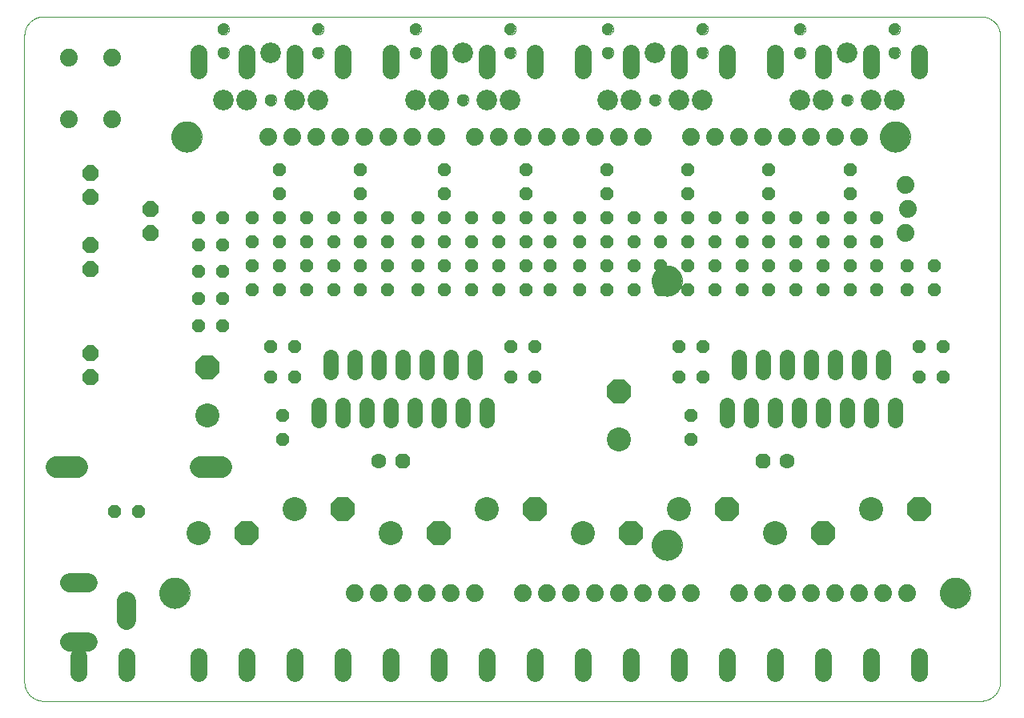
<source format=gbs>
G75*
%MOIN*%
%OFA0B0*%
%FSLAX25Y25*%
%IPPOS*%
%LPD*%
%AMOC8*
5,1,8,0,0,1.08239X$1,22.5*
%
%ADD10C,0.00000*%
%ADD11C,0.07400*%
%ADD12C,0.12598*%
%ADD13C,0.06400*%
%ADD14C,0.07100*%
%ADD15C,0.08600*%
%ADD16C,0.04724*%
%ADD17C,0.07874*%
%ADD18C,0.10000*%
%ADD19OC8,0.10000*%
%ADD20OC8,0.05600*%
%ADD21OC8,0.06300*%
%ADD22C,0.06300*%
%ADD23OC8,0.06600*%
%ADD24C,0.08850*%
D10*
X0018750Y0017874D02*
X0018750Y0287087D01*
X0018752Y0287277D01*
X0018759Y0287467D01*
X0018771Y0287657D01*
X0018787Y0287847D01*
X0018807Y0288036D01*
X0018833Y0288225D01*
X0018862Y0288413D01*
X0018897Y0288600D01*
X0018936Y0288786D01*
X0018979Y0288971D01*
X0019027Y0289156D01*
X0019079Y0289339D01*
X0019135Y0289520D01*
X0019196Y0289700D01*
X0019262Y0289879D01*
X0019331Y0290056D01*
X0019405Y0290232D01*
X0019483Y0290405D01*
X0019566Y0290577D01*
X0019652Y0290746D01*
X0019742Y0290914D01*
X0019837Y0291079D01*
X0019935Y0291242D01*
X0020038Y0291402D01*
X0020144Y0291560D01*
X0020254Y0291715D01*
X0020367Y0291868D01*
X0020485Y0292018D01*
X0020606Y0292164D01*
X0020730Y0292308D01*
X0020858Y0292449D01*
X0020989Y0292587D01*
X0021124Y0292722D01*
X0021262Y0292853D01*
X0021403Y0292981D01*
X0021547Y0293105D01*
X0021693Y0293226D01*
X0021843Y0293344D01*
X0021996Y0293457D01*
X0022151Y0293567D01*
X0022309Y0293673D01*
X0022469Y0293776D01*
X0022632Y0293874D01*
X0022797Y0293969D01*
X0022965Y0294059D01*
X0023134Y0294145D01*
X0023306Y0294228D01*
X0023479Y0294306D01*
X0023655Y0294380D01*
X0023832Y0294449D01*
X0024011Y0294515D01*
X0024191Y0294576D01*
X0024372Y0294632D01*
X0024555Y0294684D01*
X0024740Y0294732D01*
X0024925Y0294775D01*
X0025111Y0294814D01*
X0025298Y0294849D01*
X0025486Y0294878D01*
X0025675Y0294904D01*
X0025864Y0294924D01*
X0026054Y0294940D01*
X0026244Y0294952D01*
X0026434Y0294959D01*
X0026624Y0294961D01*
X0417077Y0294961D01*
X0417267Y0294959D01*
X0417457Y0294952D01*
X0417647Y0294940D01*
X0417837Y0294924D01*
X0418026Y0294904D01*
X0418215Y0294878D01*
X0418403Y0294849D01*
X0418590Y0294814D01*
X0418776Y0294775D01*
X0418961Y0294732D01*
X0419146Y0294684D01*
X0419329Y0294632D01*
X0419510Y0294576D01*
X0419690Y0294515D01*
X0419869Y0294449D01*
X0420046Y0294380D01*
X0420222Y0294306D01*
X0420395Y0294228D01*
X0420567Y0294145D01*
X0420736Y0294059D01*
X0420904Y0293969D01*
X0421069Y0293874D01*
X0421232Y0293776D01*
X0421392Y0293673D01*
X0421550Y0293567D01*
X0421705Y0293457D01*
X0421858Y0293344D01*
X0422008Y0293226D01*
X0422154Y0293105D01*
X0422298Y0292981D01*
X0422439Y0292853D01*
X0422577Y0292722D01*
X0422712Y0292587D01*
X0422843Y0292449D01*
X0422971Y0292308D01*
X0423095Y0292164D01*
X0423216Y0292018D01*
X0423334Y0291868D01*
X0423447Y0291715D01*
X0423557Y0291560D01*
X0423663Y0291402D01*
X0423766Y0291242D01*
X0423864Y0291079D01*
X0423959Y0290914D01*
X0424049Y0290746D01*
X0424135Y0290577D01*
X0424218Y0290405D01*
X0424296Y0290232D01*
X0424370Y0290056D01*
X0424439Y0289879D01*
X0424505Y0289700D01*
X0424566Y0289520D01*
X0424622Y0289339D01*
X0424674Y0289156D01*
X0424722Y0288971D01*
X0424765Y0288786D01*
X0424804Y0288600D01*
X0424839Y0288413D01*
X0424868Y0288225D01*
X0424894Y0288036D01*
X0424914Y0287847D01*
X0424930Y0287657D01*
X0424942Y0287467D01*
X0424949Y0287277D01*
X0424951Y0287087D01*
X0424951Y0017874D01*
X0424949Y0017684D01*
X0424942Y0017494D01*
X0424930Y0017304D01*
X0424914Y0017114D01*
X0424894Y0016925D01*
X0424868Y0016736D01*
X0424839Y0016548D01*
X0424804Y0016361D01*
X0424765Y0016175D01*
X0424722Y0015990D01*
X0424674Y0015805D01*
X0424622Y0015622D01*
X0424566Y0015441D01*
X0424505Y0015261D01*
X0424439Y0015082D01*
X0424370Y0014905D01*
X0424296Y0014729D01*
X0424218Y0014556D01*
X0424135Y0014384D01*
X0424049Y0014215D01*
X0423959Y0014047D01*
X0423864Y0013882D01*
X0423766Y0013719D01*
X0423663Y0013559D01*
X0423557Y0013401D01*
X0423447Y0013246D01*
X0423334Y0013093D01*
X0423216Y0012943D01*
X0423095Y0012797D01*
X0422971Y0012653D01*
X0422843Y0012512D01*
X0422712Y0012374D01*
X0422577Y0012239D01*
X0422439Y0012108D01*
X0422298Y0011980D01*
X0422154Y0011856D01*
X0422008Y0011735D01*
X0421858Y0011617D01*
X0421705Y0011504D01*
X0421550Y0011394D01*
X0421392Y0011288D01*
X0421232Y0011185D01*
X0421069Y0011087D01*
X0420904Y0010992D01*
X0420736Y0010902D01*
X0420567Y0010816D01*
X0420395Y0010733D01*
X0420222Y0010655D01*
X0420046Y0010581D01*
X0419869Y0010512D01*
X0419690Y0010446D01*
X0419510Y0010385D01*
X0419329Y0010329D01*
X0419146Y0010277D01*
X0418961Y0010229D01*
X0418776Y0010186D01*
X0418590Y0010147D01*
X0418403Y0010112D01*
X0418215Y0010083D01*
X0418026Y0010057D01*
X0417837Y0010037D01*
X0417647Y0010021D01*
X0417457Y0010009D01*
X0417267Y0010002D01*
X0417077Y0010000D01*
X0026624Y0010000D01*
X0026434Y0010002D01*
X0026244Y0010009D01*
X0026054Y0010021D01*
X0025864Y0010037D01*
X0025675Y0010057D01*
X0025486Y0010083D01*
X0025298Y0010112D01*
X0025111Y0010147D01*
X0024925Y0010186D01*
X0024740Y0010229D01*
X0024555Y0010277D01*
X0024372Y0010329D01*
X0024191Y0010385D01*
X0024011Y0010446D01*
X0023832Y0010512D01*
X0023655Y0010581D01*
X0023479Y0010655D01*
X0023306Y0010733D01*
X0023134Y0010816D01*
X0022965Y0010902D01*
X0022797Y0010992D01*
X0022632Y0011087D01*
X0022469Y0011185D01*
X0022309Y0011288D01*
X0022151Y0011394D01*
X0021996Y0011504D01*
X0021843Y0011617D01*
X0021693Y0011735D01*
X0021547Y0011856D01*
X0021403Y0011980D01*
X0021262Y0012108D01*
X0021124Y0012239D01*
X0020989Y0012374D01*
X0020858Y0012512D01*
X0020730Y0012653D01*
X0020606Y0012797D01*
X0020485Y0012943D01*
X0020367Y0013093D01*
X0020254Y0013246D01*
X0020144Y0013401D01*
X0020038Y0013559D01*
X0019935Y0013719D01*
X0019837Y0013882D01*
X0019742Y0014047D01*
X0019652Y0014215D01*
X0019566Y0014384D01*
X0019483Y0014556D01*
X0019405Y0014729D01*
X0019331Y0014905D01*
X0019262Y0015082D01*
X0019196Y0015261D01*
X0019135Y0015441D01*
X0019079Y0015622D01*
X0019027Y0015805D01*
X0018979Y0015990D01*
X0018936Y0016175D01*
X0018897Y0016361D01*
X0018862Y0016548D01*
X0018833Y0016736D01*
X0018807Y0016925D01*
X0018787Y0017114D01*
X0018771Y0017304D01*
X0018759Y0017494D01*
X0018752Y0017684D01*
X0018750Y0017874D01*
X0074951Y0055000D02*
X0074953Y0055158D01*
X0074959Y0055316D01*
X0074969Y0055474D01*
X0074983Y0055632D01*
X0075001Y0055789D01*
X0075022Y0055946D01*
X0075048Y0056102D01*
X0075078Y0056258D01*
X0075111Y0056413D01*
X0075149Y0056566D01*
X0075190Y0056719D01*
X0075235Y0056871D01*
X0075284Y0057022D01*
X0075337Y0057171D01*
X0075393Y0057319D01*
X0075453Y0057465D01*
X0075517Y0057610D01*
X0075585Y0057753D01*
X0075656Y0057895D01*
X0075730Y0058035D01*
X0075808Y0058172D01*
X0075890Y0058308D01*
X0075974Y0058442D01*
X0076063Y0058573D01*
X0076154Y0058702D01*
X0076249Y0058829D01*
X0076346Y0058954D01*
X0076447Y0059076D01*
X0076551Y0059195D01*
X0076658Y0059312D01*
X0076768Y0059426D01*
X0076881Y0059537D01*
X0076996Y0059646D01*
X0077114Y0059751D01*
X0077235Y0059853D01*
X0077358Y0059953D01*
X0077484Y0060049D01*
X0077612Y0060142D01*
X0077742Y0060232D01*
X0077875Y0060318D01*
X0078010Y0060402D01*
X0078146Y0060481D01*
X0078285Y0060558D01*
X0078426Y0060630D01*
X0078568Y0060700D01*
X0078712Y0060765D01*
X0078858Y0060827D01*
X0079005Y0060885D01*
X0079154Y0060940D01*
X0079304Y0060991D01*
X0079455Y0061038D01*
X0079607Y0061081D01*
X0079760Y0061120D01*
X0079915Y0061156D01*
X0080070Y0061187D01*
X0080226Y0061215D01*
X0080382Y0061239D01*
X0080539Y0061259D01*
X0080697Y0061275D01*
X0080854Y0061287D01*
X0081013Y0061295D01*
X0081171Y0061299D01*
X0081329Y0061299D01*
X0081487Y0061295D01*
X0081646Y0061287D01*
X0081803Y0061275D01*
X0081961Y0061259D01*
X0082118Y0061239D01*
X0082274Y0061215D01*
X0082430Y0061187D01*
X0082585Y0061156D01*
X0082740Y0061120D01*
X0082893Y0061081D01*
X0083045Y0061038D01*
X0083196Y0060991D01*
X0083346Y0060940D01*
X0083495Y0060885D01*
X0083642Y0060827D01*
X0083788Y0060765D01*
X0083932Y0060700D01*
X0084074Y0060630D01*
X0084215Y0060558D01*
X0084354Y0060481D01*
X0084490Y0060402D01*
X0084625Y0060318D01*
X0084758Y0060232D01*
X0084888Y0060142D01*
X0085016Y0060049D01*
X0085142Y0059953D01*
X0085265Y0059853D01*
X0085386Y0059751D01*
X0085504Y0059646D01*
X0085619Y0059537D01*
X0085732Y0059426D01*
X0085842Y0059312D01*
X0085949Y0059195D01*
X0086053Y0059076D01*
X0086154Y0058954D01*
X0086251Y0058829D01*
X0086346Y0058702D01*
X0086437Y0058573D01*
X0086526Y0058442D01*
X0086610Y0058308D01*
X0086692Y0058172D01*
X0086770Y0058035D01*
X0086844Y0057895D01*
X0086915Y0057753D01*
X0086983Y0057610D01*
X0087047Y0057465D01*
X0087107Y0057319D01*
X0087163Y0057171D01*
X0087216Y0057022D01*
X0087265Y0056871D01*
X0087310Y0056719D01*
X0087351Y0056566D01*
X0087389Y0056413D01*
X0087422Y0056258D01*
X0087452Y0056102D01*
X0087478Y0055946D01*
X0087499Y0055789D01*
X0087517Y0055632D01*
X0087531Y0055474D01*
X0087541Y0055316D01*
X0087547Y0055158D01*
X0087549Y0055000D01*
X0087547Y0054842D01*
X0087541Y0054684D01*
X0087531Y0054526D01*
X0087517Y0054368D01*
X0087499Y0054211D01*
X0087478Y0054054D01*
X0087452Y0053898D01*
X0087422Y0053742D01*
X0087389Y0053587D01*
X0087351Y0053434D01*
X0087310Y0053281D01*
X0087265Y0053129D01*
X0087216Y0052978D01*
X0087163Y0052829D01*
X0087107Y0052681D01*
X0087047Y0052535D01*
X0086983Y0052390D01*
X0086915Y0052247D01*
X0086844Y0052105D01*
X0086770Y0051965D01*
X0086692Y0051828D01*
X0086610Y0051692D01*
X0086526Y0051558D01*
X0086437Y0051427D01*
X0086346Y0051298D01*
X0086251Y0051171D01*
X0086154Y0051046D01*
X0086053Y0050924D01*
X0085949Y0050805D01*
X0085842Y0050688D01*
X0085732Y0050574D01*
X0085619Y0050463D01*
X0085504Y0050354D01*
X0085386Y0050249D01*
X0085265Y0050147D01*
X0085142Y0050047D01*
X0085016Y0049951D01*
X0084888Y0049858D01*
X0084758Y0049768D01*
X0084625Y0049682D01*
X0084490Y0049598D01*
X0084354Y0049519D01*
X0084215Y0049442D01*
X0084074Y0049370D01*
X0083932Y0049300D01*
X0083788Y0049235D01*
X0083642Y0049173D01*
X0083495Y0049115D01*
X0083346Y0049060D01*
X0083196Y0049009D01*
X0083045Y0048962D01*
X0082893Y0048919D01*
X0082740Y0048880D01*
X0082585Y0048844D01*
X0082430Y0048813D01*
X0082274Y0048785D01*
X0082118Y0048761D01*
X0081961Y0048741D01*
X0081803Y0048725D01*
X0081646Y0048713D01*
X0081487Y0048705D01*
X0081329Y0048701D01*
X0081171Y0048701D01*
X0081013Y0048705D01*
X0080854Y0048713D01*
X0080697Y0048725D01*
X0080539Y0048741D01*
X0080382Y0048761D01*
X0080226Y0048785D01*
X0080070Y0048813D01*
X0079915Y0048844D01*
X0079760Y0048880D01*
X0079607Y0048919D01*
X0079455Y0048962D01*
X0079304Y0049009D01*
X0079154Y0049060D01*
X0079005Y0049115D01*
X0078858Y0049173D01*
X0078712Y0049235D01*
X0078568Y0049300D01*
X0078426Y0049370D01*
X0078285Y0049442D01*
X0078146Y0049519D01*
X0078010Y0049598D01*
X0077875Y0049682D01*
X0077742Y0049768D01*
X0077612Y0049858D01*
X0077484Y0049951D01*
X0077358Y0050047D01*
X0077235Y0050147D01*
X0077114Y0050249D01*
X0076996Y0050354D01*
X0076881Y0050463D01*
X0076768Y0050574D01*
X0076658Y0050688D01*
X0076551Y0050805D01*
X0076447Y0050924D01*
X0076346Y0051046D01*
X0076249Y0051171D01*
X0076154Y0051298D01*
X0076063Y0051427D01*
X0075974Y0051558D01*
X0075890Y0051692D01*
X0075808Y0051828D01*
X0075730Y0051965D01*
X0075656Y0052105D01*
X0075585Y0052247D01*
X0075517Y0052390D01*
X0075453Y0052535D01*
X0075393Y0052681D01*
X0075337Y0052829D01*
X0075284Y0052978D01*
X0075235Y0053129D01*
X0075190Y0053281D01*
X0075149Y0053434D01*
X0075111Y0053587D01*
X0075078Y0053742D01*
X0075048Y0053898D01*
X0075022Y0054054D01*
X0075001Y0054211D01*
X0074983Y0054368D01*
X0074969Y0054526D01*
X0074959Y0054684D01*
X0074953Y0054842D01*
X0074951Y0055000D01*
X0279951Y0075000D02*
X0279953Y0075158D01*
X0279959Y0075316D01*
X0279969Y0075474D01*
X0279983Y0075632D01*
X0280001Y0075789D01*
X0280022Y0075946D01*
X0280048Y0076102D01*
X0280078Y0076258D01*
X0280111Y0076413D01*
X0280149Y0076566D01*
X0280190Y0076719D01*
X0280235Y0076871D01*
X0280284Y0077022D01*
X0280337Y0077171D01*
X0280393Y0077319D01*
X0280453Y0077465D01*
X0280517Y0077610D01*
X0280585Y0077753D01*
X0280656Y0077895D01*
X0280730Y0078035D01*
X0280808Y0078172D01*
X0280890Y0078308D01*
X0280974Y0078442D01*
X0281063Y0078573D01*
X0281154Y0078702D01*
X0281249Y0078829D01*
X0281346Y0078954D01*
X0281447Y0079076D01*
X0281551Y0079195D01*
X0281658Y0079312D01*
X0281768Y0079426D01*
X0281881Y0079537D01*
X0281996Y0079646D01*
X0282114Y0079751D01*
X0282235Y0079853D01*
X0282358Y0079953D01*
X0282484Y0080049D01*
X0282612Y0080142D01*
X0282742Y0080232D01*
X0282875Y0080318D01*
X0283010Y0080402D01*
X0283146Y0080481D01*
X0283285Y0080558D01*
X0283426Y0080630D01*
X0283568Y0080700D01*
X0283712Y0080765D01*
X0283858Y0080827D01*
X0284005Y0080885D01*
X0284154Y0080940D01*
X0284304Y0080991D01*
X0284455Y0081038D01*
X0284607Y0081081D01*
X0284760Y0081120D01*
X0284915Y0081156D01*
X0285070Y0081187D01*
X0285226Y0081215D01*
X0285382Y0081239D01*
X0285539Y0081259D01*
X0285697Y0081275D01*
X0285854Y0081287D01*
X0286013Y0081295D01*
X0286171Y0081299D01*
X0286329Y0081299D01*
X0286487Y0081295D01*
X0286646Y0081287D01*
X0286803Y0081275D01*
X0286961Y0081259D01*
X0287118Y0081239D01*
X0287274Y0081215D01*
X0287430Y0081187D01*
X0287585Y0081156D01*
X0287740Y0081120D01*
X0287893Y0081081D01*
X0288045Y0081038D01*
X0288196Y0080991D01*
X0288346Y0080940D01*
X0288495Y0080885D01*
X0288642Y0080827D01*
X0288788Y0080765D01*
X0288932Y0080700D01*
X0289074Y0080630D01*
X0289215Y0080558D01*
X0289354Y0080481D01*
X0289490Y0080402D01*
X0289625Y0080318D01*
X0289758Y0080232D01*
X0289888Y0080142D01*
X0290016Y0080049D01*
X0290142Y0079953D01*
X0290265Y0079853D01*
X0290386Y0079751D01*
X0290504Y0079646D01*
X0290619Y0079537D01*
X0290732Y0079426D01*
X0290842Y0079312D01*
X0290949Y0079195D01*
X0291053Y0079076D01*
X0291154Y0078954D01*
X0291251Y0078829D01*
X0291346Y0078702D01*
X0291437Y0078573D01*
X0291526Y0078442D01*
X0291610Y0078308D01*
X0291692Y0078172D01*
X0291770Y0078035D01*
X0291844Y0077895D01*
X0291915Y0077753D01*
X0291983Y0077610D01*
X0292047Y0077465D01*
X0292107Y0077319D01*
X0292163Y0077171D01*
X0292216Y0077022D01*
X0292265Y0076871D01*
X0292310Y0076719D01*
X0292351Y0076566D01*
X0292389Y0076413D01*
X0292422Y0076258D01*
X0292452Y0076102D01*
X0292478Y0075946D01*
X0292499Y0075789D01*
X0292517Y0075632D01*
X0292531Y0075474D01*
X0292541Y0075316D01*
X0292547Y0075158D01*
X0292549Y0075000D01*
X0292547Y0074842D01*
X0292541Y0074684D01*
X0292531Y0074526D01*
X0292517Y0074368D01*
X0292499Y0074211D01*
X0292478Y0074054D01*
X0292452Y0073898D01*
X0292422Y0073742D01*
X0292389Y0073587D01*
X0292351Y0073434D01*
X0292310Y0073281D01*
X0292265Y0073129D01*
X0292216Y0072978D01*
X0292163Y0072829D01*
X0292107Y0072681D01*
X0292047Y0072535D01*
X0291983Y0072390D01*
X0291915Y0072247D01*
X0291844Y0072105D01*
X0291770Y0071965D01*
X0291692Y0071828D01*
X0291610Y0071692D01*
X0291526Y0071558D01*
X0291437Y0071427D01*
X0291346Y0071298D01*
X0291251Y0071171D01*
X0291154Y0071046D01*
X0291053Y0070924D01*
X0290949Y0070805D01*
X0290842Y0070688D01*
X0290732Y0070574D01*
X0290619Y0070463D01*
X0290504Y0070354D01*
X0290386Y0070249D01*
X0290265Y0070147D01*
X0290142Y0070047D01*
X0290016Y0069951D01*
X0289888Y0069858D01*
X0289758Y0069768D01*
X0289625Y0069682D01*
X0289490Y0069598D01*
X0289354Y0069519D01*
X0289215Y0069442D01*
X0289074Y0069370D01*
X0288932Y0069300D01*
X0288788Y0069235D01*
X0288642Y0069173D01*
X0288495Y0069115D01*
X0288346Y0069060D01*
X0288196Y0069009D01*
X0288045Y0068962D01*
X0287893Y0068919D01*
X0287740Y0068880D01*
X0287585Y0068844D01*
X0287430Y0068813D01*
X0287274Y0068785D01*
X0287118Y0068761D01*
X0286961Y0068741D01*
X0286803Y0068725D01*
X0286646Y0068713D01*
X0286487Y0068705D01*
X0286329Y0068701D01*
X0286171Y0068701D01*
X0286013Y0068705D01*
X0285854Y0068713D01*
X0285697Y0068725D01*
X0285539Y0068741D01*
X0285382Y0068761D01*
X0285226Y0068785D01*
X0285070Y0068813D01*
X0284915Y0068844D01*
X0284760Y0068880D01*
X0284607Y0068919D01*
X0284455Y0068962D01*
X0284304Y0069009D01*
X0284154Y0069060D01*
X0284005Y0069115D01*
X0283858Y0069173D01*
X0283712Y0069235D01*
X0283568Y0069300D01*
X0283426Y0069370D01*
X0283285Y0069442D01*
X0283146Y0069519D01*
X0283010Y0069598D01*
X0282875Y0069682D01*
X0282742Y0069768D01*
X0282612Y0069858D01*
X0282484Y0069951D01*
X0282358Y0070047D01*
X0282235Y0070147D01*
X0282114Y0070249D01*
X0281996Y0070354D01*
X0281881Y0070463D01*
X0281768Y0070574D01*
X0281658Y0070688D01*
X0281551Y0070805D01*
X0281447Y0070924D01*
X0281346Y0071046D01*
X0281249Y0071171D01*
X0281154Y0071298D01*
X0281063Y0071427D01*
X0280974Y0071558D01*
X0280890Y0071692D01*
X0280808Y0071828D01*
X0280730Y0071965D01*
X0280656Y0072105D01*
X0280585Y0072247D01*
X0280517Y0072390D01*
X0280453Y0072535D01*
X0280393Y0072681D01*
X0280337Y0072829D01*
X0280284Y0072978D01*
X0280235Y0073129D01*
X0280190Y0073281D01*
X0280149Y0073434D01*
X0280111Y0073587D01*
X0280078Y0073742D01*
X0280048Y0073898D01*
X0280022Y0074054D01*
X0280001Y0074211D01*
X0279983Y0074368D01*
X0279969Y0074526D01*
X0279959Y0074684D01*
X0279953Y0074842D01*
X0279951Y0075000D01*
X0399951Y0055000D02*
X0399953Y0055158D01*
X0399959Y0055316D01*
X0399969Y0055474D01*
X0399983Y0055632D01*
X0400001Y0055789D01*
X0400022Y0055946D01*
X0400048Y0056102D01*
X0400078Y0056258D01*
X0400111Y0056413D01*
X0400149Y0056566D01*
X0400190Y0056719D01*
X0400235Y0056871D01*
X0400284Y0057022D01*
X0400337Y0057171D01*
X0400393Y0057319D01*
X0400453Y0057465D01*
X0400517Y0057610D01*
X0400585Y0057753D01*
X0400656Y0057895D01*
X0400730Y0058035D01*
X0400808Y0058172D01*
X0400890Y0058308D01*
X0400974Y0058442D01*
X0401063Y0058573D01*
X0401154Y0058702D01*
X0401249Y0058829D01*
X0401346Y0058954D01*
X0401447Y0059076D01*
X0401551Y0059195D01*
X0401658Y0059312D01*
X0401768Y0059426D01*
X0401881Y0059537D01*
X0401996Y0059646D01*
X0402114Y0059751D01*
X0402235Y0059853D01*
X0402358Y0059953D01*
X0402484Y0060049D01*
X0402612Y0060142D01*
X0402742Y0060232D01*
X0402875Y0060318D01*
X0403010Y0060402D01*
X0403146Y0060481D01*
X0403285Y0060558D01*
X0403426Y0060630D01*
X0403568Y0060700D01*
X0403712Y0060765D01*
X0403858Y0060827D01*
X0404005Y0060885D01*
X0404154Y0060940D01*
X0404304Y0060991D01*
X0404455Y0061038D01*
X0404607Y0061081D01*
X0404760Y0061120D01*
X0404915Y0061156D01*
X0405070Y0061187D01*
X0405226Y0061215D01*
X0405382Y0061239D01*
X0405539Y0061259D01*
X0405697Y0061275D01*
X0405854Y0061287D01*
X0406013Y0061295D01*
X0406171Y0061299D01*
X0406329Y0061299D01*
X0406487Y0061295D01*
X0406646Y0061287D01*
X0406803Y0061275D01*
X0406961Y0061259D01*
X0407118Y0061239D01*
X0407274Y0061215D01*
X0407430Y0061187D01*
X0407585Y0061156D01*
X0407740Y0061120D01*
X0407893Y0061081D01*
X0408045Y0061038D01*
X0408196Y0060991D01*
X0408346Y0060940D01*
X0408495Y0060885D01*
X0408642Y0060827D01*
X0408788Y0060765D01*
X0408932Y0060700D01*
X0409074Y0060630D01*
X0409215Y0060558D01*
X0409354Y0060481D01*
X0409490Y0060402D01*
X0409625Y0060318D01*
X0409758Y0060232D01*
X0409888Y0060142D01*
X0410016Y0060049D01*
X0410142Y0059953D01*
X0410265Y0059853D01*
X0410386Y0059751D01*
X0410504Y0059646D01*
X0410619Y0059537D01*
X0410732Y0059426D01*
X0410842Y0059312D01*
X0410949Y0059195D01*
X0411053Y0059076D01*
X0411154Y0058954D01*
X0411251Y0058829D01*
X0411346Y0058702D01*
X0411437Y0058573D01*
X0411526Y0058442D01*
X0411610Y0058308D01*
X0411692Y0058172D01*
X0411770Y0058035D01*
X0411844Y0057895D01*
X0411915Y0057753D01*
X0411983Y0057610D01*
X0412047Y0057465D01*
X0412107Y0057319D01*
X0412163Y0057171D01*
X0412216Y0057022D01*
X0412265Y0056871D01*
X0412310Y0056719D01*
X0412351Y0056566D01*
X0412389Y0056413D01*
X0412422Y0056258D01*
X0412452Y0056102D01*
X0412478Y0055946D01*
X0412499Y0055789D01*
X0412517Y0055632D01*
X0412531Y0055474D01*
X0412541Y0055316D01*
X0412547Y0055158D01*
X0412549Y0055000D01*
X0412547Y0054842D01*
X0412541Y0054684D01*
X0412531Y0054526D01*
X0412517Y0054368D01*
X0412499Y0054211D01*
X0412478Y0054054D01*
X0412452Y0053898D01*
X0412422Y0053742D01*
X0412389Y0053587D01*
X0412351Y0053434D01*
X0412310Y0053281D01*
X0412265Y0053129D01*
X0412216Y0052978D01*
X0412163Y0052829D01*
X0412107Y0052681D01*
X0412047Y0052535D01*
X0411983Y0052390D01*
X0411915Y0052247D01*
X0411844Y0052105D01*
X0411770Y0051965D01*
X0411692Y0051828D01*
X0411610Y0051692D01*
X0411526Y0051558D01*
X0411437Y0051427D01*
X0411346Y0051298D01*
X0411251Y0051171D01*
X0411154Y0051046D01*
X0411053Y0050924D01*
X0410949Y0050805D01*
X0410842Y0050688D01*
X0410732Y0050574D01*
X0410619Y0050463D01*
X0410504Y0050354D01*
X0410386Y0050249D01*
X0410265Y0050147D01*
X0410142Y0050047D01*
X0410016Y0049951D01*
X0409888Y0049858D01*
X0409758Y0049768D01*
X0409625Y0049682D01*
X0409490Y0049598D01*
X0409354Y0049519D01*
X0409215Y0049442D01*
X0409074Y0049370D01*
X0408932Y0049300D01*
X0408788Y0049235D01*
X0408642Y0049173D01*
X0408495Y0049115D01*
X0408346Y0049060D01*
X0408196Y0049009D01*
X0408045Y0048962D01*
X0407893Y0048919D01*
X0407740Y0048880D01*
X0407585Y0048844D01*
X0407430Y0048813D01*
X0407274Y0048785D01*
X0407118Y0048761D01*
X0406961Y0048741D01*
X0406803Y0048725D01*
X0406646Y0048713D01*
X0406487Y0048705D01*
X0406329Y0048701D01*
X0406171Y0048701D01*
X0406013Y0048705D01*
X0405854Y0048713D01*
X0405697Y0048725D01*
X0405539Y0048741D01*
X0405382Y0048761D01*
X0405226Y0048785D01*
X0405070Y0048813D01*
X0404915Y0048844D01*
X0404760Y0048880D01*
X0404607Y0048919D01*
X0404455Y0048962D01*
X0404304Y0049009D01*
X0404154Y0049060D01*
X0404005Y0049115D01*
X0403858Y0049173D01*
X0403712Y0049235D01*
X0403568Y0049300D01*
X0403426Y0049370D01*
X0403285Y0049442D01*
X0403146Y0049519D01*
X0403010Y0049598D01*
X0402875Y0049682D01*
X0402742Y0049768D01*
X0402612Y0049858D01*
X0402484Y0049951D01*
X0402358Y0050047D01*
X0402235Y0050147D01*
X0402114Y0050249D01*
X0401996Y0050354D01*
X0401881Y0050463D01*
X0401768Y0050574D01*
X0401658Y0050688D01*
X0401551Y0050805D01*
X0401447Y0050924D01*
X0401346Y0051046D01*
X0401249Y0051171D01*
X0401154Y0051298D01*
X0401063Y0051427D01*
X0400974Y0051558D01*
X0400890Y0051692D01*
X0400808Y0051828D01*
X0400730Y0051965D01*
X0400656Y0052105D01*
X0400585Y0052247D01*
X0400517Y0052390D01*
X0400453Y0052535D01*
X0400393Y0052681D01*
X0400337Y0052829D01*
X0400284Y0052978D01*
X0400235Y0053129D01*
X0400190Y0053281D01*
X0400149Y0053434D01*
X0400111Y0053587D01*
X0400078Y0053742D01*
X0400048Y0053898D01*
X0400022Y0054054D01*
X0400001Y0054211D01*
X0399983Y0054368D01*
X0399969Y0054526D01*
X0399959Y0054684D01*
X0399953Y0054842D01*
X0399951Y0055000D01*
X0279951Y0185000D02*
X0279953Y0185158D01*
X0279959Y0185316D01*
X0279969Y0185474D01*
X0279983Y0185632D01*
X0280001Y0185789D01*
X0280022Y0185946D01*
X0280048Y0186102D01*
X0280078Y0186258D01*
X0280111Y0186413D01*
X0280149Y0186566D01*
X0280190Y0186719D01*
X0280235Y0186871D01*
X0280284Y0187022D01*
X0280337Y0187171D01*
X0280393Y0187319D01*
X0280453Y0187465D01*
X0280517Y0187610D01*
X0280585Y0187753D01*
X0280656Y0187895D01*
X0280730Y0188035D01*
X0280808Y0188172D01*
X0280890Y0188308D01*
X0280974Y0188442D01*
X0281063Y0188573D01*
X0281154Y0188702D01*
X0281249Y0188829D01*
X0281346Y0188954D01*
X0281447Y0189076D01*
X0281551Y0189195D01*
X0281658Y0189312D01*
X0281768Y0189426D01*
X0281881Y0189537D01*
X0281996Y0189646D01*
X0282114Y0189751D01*
X0282235Y0189853D01*
X0282358Y0189953D01*
X0282484Y0190049D01*
X0282612Y0190142D01*
X0282742Y0190232D01*
X0282875Y0190318D01*
X0283010Y0190402D01*
X0283146Y0190481D01*
X0283285Y0190558D01*
X0283426Y0190630D01*
X0283568Y0190700D01*
X0283712Y0190765D01*
X0283858Y0190827D01*
X0284005Y0190885D01*
X0284154Y0190940D01*
X0284304Y0190991D01*
X0284455Y0191038D01*
X0284607Y0191081D01*
X0284760Y0191120D01*
X0284915Y0191156D01*
X0285070Y0191187D01*
X0285226Y0191215D01*
X0285382Y0191239D01*
X0285539Y0191259D01*
X0285697Y0191275D01*
X0285854Y0191287D01*
X0286013Y0191295D01*
X0286171Y0191299D01*
X0286329Y0191299D01*
X0286487Y0191295D01*
X0286646Y0191287D01*
X0286803Y0191275D01*
X0286961Y0191259D01*
X0287118Y0191239D01*
X0287274Y0191215D01*
X0287430Y0191187D01*
X0287585Y0191156D01*
X0287740Y0191120D01*
X0287893Y0191081D01*
X0288045Y0191038D01*
X0288196Y0190991D01*
X0288346Y0190940D01*
X0288495Y0190885D01*
X0288642Y0190827D01*
X0288788Y0190765D01*
X0288932Y0190700D01*
X0289074Y0190630D01*
X0289215Y0190558D01*
X0289354Y0190481D01*
X0289490Y0190402D01*
X0289625Y0190318D01*
X0289758Y0190232D01*
X0289888Y0190142D01*
X0290016Y0190049D01*
X0290142Y0189953D01*
X0290265Y0189853D01*
X0290386Y0189751D01*
X0290504Y0189646D01*
X0290619Y0189537D01*
X0290732Y0189426D01*
X0290842Y0189312D01*
X0290949Y0189195D01*
X0291053Y0189076D01*
X0291154Y0188954D01*
X0291251Y0188829D01*
X0291346Y0188702D01*
X0291437Y0188573D01*
X0291526Y0188442D01*
X0291610Y0188308D01*
X0291692Y0188172D01*
X0291770Y0188035D01*
X0291844Y0187895D01*
X0291915Y0187753D01*
X0291983Y0187610D01*
X0292047Y0187465D01*
X0292107Y0187319D01*
X0292163Y0187171D01*
X0292216Y0187022D01*
X0292265Y0186871D01*
X0292310Y0186719D01*
X0292351Y0186566D01*
X0292389Y0186413D01*
X0292422Y0186258D01*
X0292452Y0186102D01*
X0292478Y0185946D01*
X0292499Y0185789D01*
X0292517Y0185632D01*
X0292531Y0185474D01*
X0292541Y0185316D01*
X0292547Y0185158D01*
X0292549Y0185000D01*
X0292547Y0184842D01*
X0292541Y0184684D01*
X0292531Y0184526D01*
X0292517Y0184368D01*
X0292499Y0184211D01*
X0292478Y0184054D01*
X0292452Y0183898D01*
X0292422Y0183742D01*
X0292389Y0183587D01*
X0292351Y0183434D01*
X0292310Y0183281D01*
X0292265Y0183129D01*
X0292216Y0182978D01*
X0292163Y0182829D01*
X0292107Y0182681D01*
X0292047Y0182535D01*
X0291983Y0182390D01*
X0291915Y0182247D01*
X0291844Y0182105D01*
X0291770Y0181965D01*
X0291692Y0181828D01*
X0291610Y0181692D01*
X0291526Y0181558D01*
X0291437Y0181427D01*
X0291346Y0181298D01*
X0291251Y0181171D01*
X0291154Y0181046D01*
X0291053Y0180924D01*
X0290949Y0180805D01*
X0290842Y0180688D01*
X0290732Y0180574D01*
X0290619Y0180463D01*
X0290504Y0180354D01*
X0290386Y0180249D01*
X0290265Y0180147D01*
X0290142Y0180047D01*
X0290016Y0179951D01*
X0289888Y0179858D01*
X0289758Y0179768D01*
X0289625Y0179682D01*
X0289490Y0179598D01*
X0289354Y0179519D01*
X0289215Y0179442D01*
X0289074Y0179370D01*
X0288932Y0179300D01*
X0288788Y0179235D01*
X0288642Y0179173D01*
X0288495Y0179115D01*
X0288346Y0179060D01*
X0288196Y0179009D01*
X0288045Y0178962D01*
X0287893Y0178919D01*
X0287740Y0178880D01*
X0287585Y0178844D01*
X0287430Y0178813D01*
X0287274Y0178785D01*
X0287118Y0178761D01*
X0286961Y0178741D01*
X0286803Y0178725D01*
X0286646Y0178713D01*
X0286487Y0178705D01*
X0286329Y0178701D01*
X0286171Y0178701D01*
X0286013Y0178705D01*
X0285854Y0178713D01*
X0285697Y0178725D01*
X0285539Y0178741D01*
X0285382Y0178761D01*
X0285226Y0178785D01*
X0285070Y0178813D01*
X0284915Y0178844D01*
X0284760Y0178880D01*
X0284607Y0178919D01*
X0284455Y0178962D01*
X0284304Y0179009D01*
X0284154Y0179060D01*
X0284005Y0179115D01*
X0283858Y0179173D01*
X0283712Y0179235D01*
X0283568Y0179300D01*
X0283426Y0179370D01*
X0283285Y0179442D01*
X0283146Y0179519D01*
X0283010Y0179598D01*
X0282875Y0179682D01*
X0282742Y0179768D01*
X0282612Y0179858D01*
X0282484Y0179951D01*
X0282358Y0180047D01*
X0282235Y0180147D01*
X0282114Y0180249D01*
X0281996Y0180354D01*
X0281881Y0180463D01*
X0281768Y0180574D01*
X0281658Y0180688D01*
X0281551Y0180805D01*
X0281447Y0180924D01*
X0281346Y0181046D01*
X0281249Y0181171D01*
X0281154Y0181298D01*
X0281063Y0181427D01*
X0280974Y0181558D01*
X0280890Y0181692D01*
X0280808Y0181828D01*
X0280730Y0181965D01*
X0280656Y0182105D01*
X0280585Y0182247D01*
X0280517Y0182390D01*
X0280453Y0182535D01*
X0280393Y0182681D01*
X0280337Y0182829D01*
X0280284Y0182978D01*
X0280235Y0183129D01*
X0280190Y0183281D01*
X0280149Y0183434D01*
X0280111Y0183587D01*
X0280078Y0183742D01*
X0280048Y0183898D01*
X0280022Y0184054D01*
X0280001Y0184211D01*
X0279983Y0184368D01*
X0279969Y0184526D01*
X0279959Y0184684D01*
X0279953Y0184842D01*
X0279951Y0185000D01*
X0278888Y0260315D02*
X0278890Y0260412D01*
X0278896Y0260509D01*
X0278906Y0260605D01*
X0278920Y0260701D01*
X0278938Y0260797D01*
X0278959Y0260891D01*
X0278985Y0260985D01*
X0279014Y0261077D01*
X0279048Y0261168D01*
X0279084Y0261258D01*
X0279125Y0261346D01*
X0279169Y0261432D01*
X0279217Y0261517D01*
X0279268Y0261599D01*
X0279322Y0261680D01*
X0279380Y0261758D01*
X0279441Y0261833D01*
X0279504Y0261906D01*
X0279571Y0261977D01*
X0279641Y0262044D01*
X0279713Y0262109D01*
X0279788Y0262170D01*
X0279866Y0262229D01*
X0279945Y0262284D01*
X0280027Y0262336D01*
X0280111Y0262384D01*
X0280197Y0262429D01*
X0280285Y0262471D01*
X0280374Y0262509D01*
X0280465Y0262543D01*
X0280557Y0262573D01*
X0280650Y0262600D01*
X0280745Y0262622D01*
X0280840Y0262641D01*
X0280936Y0262656D01*
X0281032Y0262667D01*
X0281129Y0262674D01*
X0281226Y0262677D01*
X0281323Y0262676D01*
X0281420Y0262671D01*
X0281516Y0262662D01*
X0281612Y0262649D01*
X0281708Y0262632D01*
X0281803Y0262611D01*
X0281896Y0262587D01*
X0281989Y0262558D01*
X0282081Y0262526D01*
X0282171Y0262490D01*
X0282259Y0262451D01*
X0282346Y0262407D01*
X0282431Y0262361D01*
X0282514Y0262310D01*
X0282595Y0262257D01*
X0282673Y0262200D01*
X0282750Y0262140D01*
X0282823Y0262077D01*
X0282894Y0262011D01*
X0282962Y0261942D01*
X0283028Y0261870D01*
X0283090Y0261796D01*
X0283149Y0261719D01*
X0283205Y0261640D01*
X0283258Y0261558D01*
X0283308Y0261475D01*
X0283353Y0261389D01*
X0283396Y0261302D01*
X0283435Y0261213D01*
X0283470Y0261123D01*
X0283501Y0261031D01*
X0283528Y0260938D01*
X0283552Y0260844D01*
X0283572Y0260749D01*
X0283588Y0260653D01*
X0283600Y0260557D01*
X0283608Y0260460D01*
X0283612Y0260363D01*
X0283612Y0260267D01*
X0283608Y0260170D01*
X0283600Y0260073D01*
X0283588Y0259977D01*
X0283572Y0259881D01*
X0283552Y0259786D01*
X0283528Y0259692D01*
X0283501Y0259599D01*
X0283470Y0259507D01*
X0283435Y0259417D01*
X0283396Y0259328D01*
X0283353Y0259241D01*
X0283308Y0259155D01*
X0283258Y0259072D01*
X0283205Y0258990D01*
X0283149Y0258911D01*
X0283090Y0258834D01*
X0283028Y0258760D01*
X0282962Y0258688D01*
X0282894Y0258619D01*
X0282823Y0258553D01*
X0282750Y0258490D01*
X0282673Y0258430D01*
X0282595Y0258373D01*
X0282514Y0258320D01*
X0282431Y0258269D01*
X0282346Y0258223D01*
X0282259Y0258179D01*
X0282171Y0258140D01*
X0282081Y0258104D01*
X0281989Y0258072D01*
X0281896Y0258043D01*
X0281803Y0258019D01*
X0281708Y0257998D01*
X0281612Y0257981D01*
X0281516Y0257968D01*
X0281420Y0257959D01*
X0281323Y0257954D01*
X0281226Y0257953D01*
X0281129Y0257956D01*
X0281032Y0257963D01*
X0280936Y0257974D01*
X0280840Y0257989D01*
X0280745Y0258008D01*
X0280650Y0258030D01*
X0280557Y0258057D01*
X0280465Y0258087D01*
X0280374Y0258121D01*
X0280285Y0258159D01*
X0280197Y0258201D01*
X0280111Y0258246D01*
X0280027Y0258294D01*
X0279945Y0258346D01*
X0279866Y0258401D01*
X0279788Y0258460D01*
X0279713Y0258521D01*
X0279641Y0258586D01*
X0279571Y0258653D01*
X0279504Y0258724D01*
X0279441Y0258797D01*
X0279380Y0258872D01*
X0279322Y0258950D01*
X0279268Y0259031D01*
X0279217Y0259113D01*
X0279169Y0259198D01*
X0279125Y0259284D01*
X0279084Y0259372D01*
X0279048Y0259462D01*
X0279014Y0259553D01*
X0278985Y0259645D01*
X0278959Y0259739D01*
X0278938Y0259833D01*
X0278920Y0259929D01*
X0278906Y0260025D01*
X0278896Y0260121D01*
X0278890Y0260218D01*
X0278888Y0260315D01*
X0259203Y0280000D02*
X0259205Y0280097D01*
X0259211Y0280194D01*
X0259221Y0280290D01*
X0259235Y0280386D01*
X0259253Y0280482D01*
X0259274Y0280576D01*
X0259300Y0280670D01*
X0259329Y0280762D01*
X0259363Y0280853D01*
X0259399Y0280943D01*
X0259440Y0281031D01*
X0259484Y0281117D01*
X0259532Y0281202D01*
X0259583Y0281284D01*
X0259637Y0281365D01*
X0259695Y0281443D01*
X0259756Y0281518D01*
X0259819Y0281591D01*
X0259886Y0281662D01*
X0259956Y0281729D01*
X0260028Y0281794D01*
X0260103Y0281855D01*
X0260181Y0281914D01*
X0260260Y0281969D01*
X0260342Y0282021D01*
X0260426Y0282069D01*
X0260512Y0282114D01*
X0260600Y0282156D01*
X0260689Y0282194D01*
X0260780Y0282228D01*
X0260872Y0282258D01*
X0260965Y0282285D01*
X0261060Y0282307D01*
X0261155Y0282326D01*
X0261251Y0282341D01*
X0261347Y0282352D01*
X0261444Y0282359D01*
X0261541Y0282362D01*
X0261638Y0282361D01*
X0261735Y0282356D01*
X0261831Y0282347D01*
X0261927Y0282334D01*
X0262023Y0282317D01*
X0262118Y0282296D01*
X0262211Y0282272D01*
X0262304Y0282243D01*
X0262396Y0282211D01*
X0262486Y0282175D01*
X0262574Y0282136D01*
X0262661Y0282092D01*
X0262746Y0282046D01*
X0262829Y0281995D01*
X0262910Y0281942D01*
X0262988Y0281885D01*
X0263065Y0281825D01*
X0263138Y0281762D01*
X0263209Y0281696D01*
X0263277Y0281627D01*
X0263343Y0281555D01*
X0263405Y0281481D01*
X0263464Y0281404D01*
X0263520Y0281325D01*
X0263573Y0281243D01*
X0263623Y0281160D01*
X0263668Y0281074D01*
X0263711Y0280987D01*
X0263750Y0280898D01*
X0263785Y0280808D01*
X0263816Y0280716D01*
X0263843Y0280623D01*
X0263867Y0280529D01*
X0263887Y0280434D01*
X0263903Y0280338D01*
X0263915Y0280242D01*
X0263923Y0280145D01*
X0263927Y0280048D01*
X0263927Y0279952D01*
X0263923Y0279855D01*
X0263915Y0279758D01*
X0263903Y0279662D01*
X0263887Y0279566D01*
X0263867Y0279471D01*
X0263843Y0279377D01*
X0263816Y0279284D01*
X0263785Y0279192D01*
X0263750Y0279102D01*
X0263711Y0279013D01*
X0263668Y0278926D01*
X0263623Y0278840D01*
X0263573Y0278757D01*
X0263520Y0278675D01*
X0263464Y0278596D01*
X0263405Y0278519D01*
X0263343Y0278445D01*
X0263277Y0278373D01*
X0263209Y0278304D01*
X0263138Y0278238D01*
X0263065Y0278175D01*
X0262988Y0278115D01*
X0262910Y0278058D01*
X0262829Y0278005D01*
X0262746Y0277954D01*
X0262661Y0277908D01*
X0262574Y0277864D01*
X0262486Y0277825D01*
X0262396Y0277789D01*
X0262304Y0277757D01*
X0262211Y0277728D01*
X0262118Y0277704D01*
X0262023Y0277683D01*
X0261927Y0277666D01*
X0261831Y0277653D01*
X0261735Y0277644D01*
X0261638Y0277639D01*
X0261541Y0277638D01*
X0261444Y0277641D01*
X0261347Y0277648D01*
X0261251Y0277659D01*
X0261155Y0277674D01*
X0261060Y0277693D01*
X0260965Y0277715D01*
X0260872Y0277742D01*
X0260780Y0277772D01*
X0260689Y0277806D01*
X0260600Y0277844D01*
X0260512Y0277886D01*
X0260426Y0277931D01*
X0260342Y0277979D01*
X0260260Y0278031D01*
X0260181Y0278086D01*
X0260103Y0278145D01*
X0260028Y0278206D01*
X0259956Y0278271D01*
X0259886Y0278338D01*
X0259819Y0278409D01*
X0259756Y0278482D01*
X0259695Y0278557D01*
X0259637Y0278635D01*
X0259583Y0278716D01*
X0259532Y0278798D01*
X0259484Y0278883D01*
X0259440Y0278969D01*
X0259399Y0279057D01*
X0259363Y0279147D01*
X0259329Y0279238D01*
X0259300Y0279330D01*
X0259274Y0279424D01*
X0259253Y0279518D01*
X0259235Y0279614D01*
X0259221Y0279710D01*
X0259211Y0279806D01*
X0259205Y0279903D01*
X0259203Y0280000D01*
X0259203Y0289843D02*
X0259205Y0289940D01*
X0259211Y0290037D01*
X0259221Y0290133D01*
X0259235Y0290229D01*
X0259253Y0290325D01*
X0259274Y0290419D01*
X0259300Y0290513D01*
X0259329Y0290605D01*
X0259363Y0290696D01*
X0259399Y0290786D01*
X0259440Y0290874D01*
X0259484Y0290960D01*
X0259532Y0291045D01*
X0259583Y0291127D01*
X0259637Y0291208D01*
X0259695Y0291286D01*
X0259756Y0291361D01*
X0259819Y0291434D01*
X0259886Y0291505D01*
X0259956Y0291572D01*
X0260028Y0291637D01*
X0260103Y0291698D01*
X0260181Y0291757D01*
X0260260Y0291812D01*
X0260342Y0291864D01*
X0260426Y0291912D01*
X0260512Y0291957D01*
X0260600Y0291999D01*
X0260689Y0292037D01*
X0260780Y0292071D01*
X0260872Y0292101D01*
X0260965Y0292128D01*
X0261060Y0292150D01*
X0261155Y0292169D01*
X0261251Y0292184D01*
X0261347Y0292195D01*
X0261444Y0292202D01*
X0261541Y0292205D01*
X0261638Y0292204D01*
X0261735Y0292199D01*
X0261831Y0292190D01*
X0261927Y0292177D01*
X0262023Y0292160D01*
X0262118Y0292139D01*
X0262211Y0292115D01*
X0262304Y0292086D01*
X0262396Y0292054D01*
X0262486Y0292018D01*
X0262574Y0291979D01*
X0262661Y0291935D01*
X0262746Y0291889D01*
X0262829Y0291838D01*
X0262910Y0291785D01*
X0262988Y0291728D01*
X0263065Y0291668D01*
X0263138Y0291605D01*
X0263209Y0291539D01*
X0263277Y0291470D01*
X0263343Y0291398D01*
X0263405Y0291324D01*
X0263464Y0291247D01*
X0263520Y0291168D01*
X0263573Y0291086D01*
X0263623Y0291003D01*
X0263668Y0290917D01*
X0263711Y0290830D01*
X0263750Y0290741D01*
X0263785Y0290651D01*
X0263816Y0290559D01*
X0263843Y0290466D01*
X0263867Y0290372D01*
X0263887Y0290277D01*
X0263903Y0290181D01*
X0263915Y0290085D01*
X0263923Y0289988D01*
X0263927Y0289891D01*
X0263927Y0289795D01*
X0263923Y0289698D01*
X0263915Y0289601D01*
X0263903Y0289505D01*
X0263887Y0289409D01*
X0263867Y0289314D01*
X0263843Y0289220D01*
X0263816Y0289127D01*
X0263785Y0289035D01*
X0263750Y0288945D01*
X0263711Y0288856D01*
X0263668Y0288769D01*
X0263623Y0288683D01*
X0263573Y0288600D01*
X0263520Y0288518D01*
X0263464Y0288439D01*
X0263405Y0288362D01*
X0263343Y0288288D01*
X0263277Y0288216D01*
X0263209Y0288147D01*
X0263138Y0288081D01*
X0263065Y0288018D01*
X0262988Y0287958D01*
X0262910Y0287901D01*
X0262829Y0287848D01*
X0262746Y0287797D01*
X0262661Y0287751D01*
X0262574Y0287707D01*
X0262486Y0287668D01*
X0262396Y0287632D01*
X0262304Y0287600D01*
X0262211Y0287571D01*
X0262118Y0287547D01*
X0262023Y0287526D01*
X0261927Y0287509D01*
X0261831Y0287496D01*
X0261735Y0287487D01*
X0261638Y0287482D01*
X0261541Y0287481D01*
X0261444Y0287484D01*
X0261347Y0287491D01*
X0261251Y0287502D01*
X0261155Y0287517D01*
X0261060Y0287536D01*
X0260965Y0287558D01*
X0260872Y0287585D01*
X0260780Y0287615D01*
X0260689Y0287649D01*
X0260600Y0287687D01*
X0260512Y0287729D01*
X0260426Y0287774D01*
X0260342Y0287822D01*
X0260260Y0287874D01*
X0260181Y0287929D01*
X0260103Y0287988D01*
X0260028Y0288049D01*
X0259956Y0288114D01*
X0259886Y0288181D01*
X0259819Y0288252D01*
X0259756Y0288325D01*
X0259695Y0288400D01*
X0259637Y0288478D01*
X0259583Y0288559D01*
X0259532Y0288641D01*
X0259484Y0288726D01*
X0259440Y0288812D01*
X0259399Y0288900D01*
X0259363Y0288990D01*
X0259329Y0289081D01*
X0259300Y0289173D01*
X0259274Y0289267D01*
X0259253Y0289361D01*
X0259235Y0289457D01*
X0259221Y0289553D01*
X0259211Y0289649D01*
X0259205Y0289746D01*
X0259203Y0289843D01*
X0218573Y0289843D02*
X0218575Y0289940D01*
X0218581Y0290037D01*
X0218591Y0290133D01*
X0218605Y0290229D01*
X0218623Y0290325D01*
X0218644Y0290419D01*
X0218670Y0290513D01*
X0218699Y0290605D01*
X0218733Y0290696D01*
X0218769Y0290786D01*
X0218810Y0290874D01*
X0218854Y0290960D01*
X0218902Y0291045D01*
X0218953Y0291127D01*
X0219007Y0291208D01*
X0219065Y0291286D01*
X0219126Y0291361D01*
X0219189Y0291434D01*
X0219256Y0291505D01*
X0219326Y0291572D01*
X0219398Y0291637D01*
X0219473Y0291698D01*
X0219551Y0291757D01*
X0219630Y0291812D01*
X0219712Y0291864D01*
X0219796Y0291912D01*
X0219882Y0291957D01*
X0219970Y0291999D01*
X0220059Y0292037D01*
X0220150Y0292071D01*
X0220242Y0292101D01*
X0220335Y0292128D01*
X0220430Y0292150D01*
X0220525Y0292169D01*
X0220621Y0292184D01*
X0220717Y0292195D01*
X0220814Y0292202D01*
X0220911Y0292205D01*
X0221008Y0292204D01*
X0221105Y0292199D01*
X0221201Y0292190D01*
X0221297Y0292177D01*
X0221393Y0292160D01*
X0221488Y0292139D01*
X0221581Y0292115D01*
X0221674Y0292086D01*
X0221766Y0292054D01*
X0221856Y0292018D01*
X0221944Y0291979D01*
X0222031Y0291935D01*
X0222116Y0291889D01*
X0222199Y0291838D01*
X0222280Y0291785D01*
X0222358Y0291728D01*
X0222435Y0291668D01*
X0222508Y0291605D01*
X0222579Y0291539D01*
X0222647Y0291470D01*
X0222713Y0291398D01*
X0222775Y0291324D01*
X0222834Y0291247D01*
X0222890Y0291168D01*
X0222943Y0291086D01*
X0222993Y0291003D01*
X0223038Y0290917D01*
X0223081Y0290830D01*
X0223120Y0290741D01*
X0223155Y0290651D01*
X0223186Y0290559D01*
X0223213Y0290466D01*
X0223237Y0290372D01*
X0223257Y0290277D01*
X0223273Y0290181D01*
X0223285Y0290085D01*
X0223293Y0289988D01*
X0223297Y0289891D01*
X0223297Y0289795D01*
X0223293Y0289698D01*
X0223285Y0289601D01*
X0223273Y0289505D01*
X0223257Y0289409D01*
X0223237Y0289314D01*
X0223213Y0289220D01*
X0223186Y0289127D01*
X0223155Y0289035D01*
X0223120Y0288945D01*
X0223081Y0288856D01*
X0223038Y0288769D01*
X0222993Y0288683D01*
X0222943Y0288600D01*
X0222890Y0288518D01*
X0222834Y0288439D01*
X0222775Y0288362D01*
X0222713Y0288288D01*
X0222647Y0288216D01*
X0222579Y0288147D01*
X0222508Y0288081D01*
X0222435Y0288018D01*
X0222358Y0287958D01*
X0222280Y0287901D01*
X0222199Y0287848D01*
X0222116Y0287797D01*
X0222031Y0287751D01*
X0221944Y0287707D01*
X0221856Y0287668D01*
X0221766Y0287632D01*
X0221674Y0287600D01*
X0221581Y0287571D01*
X0221488Y0287547D01*
X0221393Y0287526D01*
X0221297Y0287509D01*
X0221201Y0287496D01*
X0221105Y0287487D01*
X0221008Y0287482D01*
X0220911Y0287481D01*
X0220814Y0287484D01*
X0220717Y0287491D01*
X0220621Y0287502D01*
X0220525Y0287517D01*
X0220430Y0287536D01*
X0220335Y0287558D01*
X0220242Y0287585D01*
X0220150Y0287615D01*
X0220059Y0287649D01*
X0219970Y0287687D01*
X0219882Y0287729D01*
X0219796Y0287774D01*
X0219712Y0287822D01*
X0219630Y0287874D01*
X0219551Y0287929D01*
X0219473Y0287988D01*
X0219398Y0288049D01*
X0219326Y0288114D01*
X0219256Y0288181D01*
X0219189Y0288252D01*
X0219126Y0288325D01*
X0219065Y0288400D01*
X0219007Y0288478D01*
X0218953Y0288559D01*
X0218902Y0288641D01*
X0218854Y0288726D01*
X0218810Y0288812D01*
X0218769Y0288900D01*
X0218733Y0288990D01*
X0218699Y0289081D01*
X0218670Y0289173D01*
X0218644Y0289267D01*
X0218623Y0289361D01*
X0218605Y0289457D01*
X0218591Y0289553D01*
X0218581Y0289649D01*
X0218575Y0289746D01*
X0218573Y0289843D01*
X0218573Y0280000D02*
X0218575Y0280097D01*
X0218581Y0280194D01*
X0218591Y0280290D01*
X0218605Y0280386D01*
X0218623Y0280482D01*
X0218644Y0280576D01*
X0218670Y0280670D01*
X0218699Y0280762D01*
X0218733Y0280853D01*
X0218769Y0280943D01*
X0218810Y0281031D01*
X0218854Y0281117D01*
X0218902Y0281202D01*
X0218953Y0281284D01*
X0219007Y0281365D01*
X0219065Y0281443D01*
X0219126Y0281518D01*
X0219189Y0281591D01*
X0219256Y0281662D01*
X0219326Y0281729D01*
X0219398Y0281794D01*
X0219473Y0281855D01*
X0219551Y0281914D01*
X0219630Y0281969D01*
X0219712Y0282021D01*
X0219796Y0282069D01*
X0219882Y0282114D01*
X0219970Y0282156D01*
X0220059Y0282194D01*
X0220150Y0282228D01*
X0220242Y0282258D01*
X0220335Y0282285D01*
X0220430Y0282307D01*
X0220525Y0282326D01*
X0220621Y0282341D01*
X0220717Y0282352D01*
X0220814Y0282359D01*
X0220911Y0282362D01*
X0221008Y0282361D01*
X0221105Y0282356D01*
X0221201Y0282347D01*
X0221297Y0282334D01*
X0221393Y0282317D01*
X0221488Y0282296D01*
X0221581Y0282272D01*
X0221674Y0282243D01*
X0221766Y0282211D01*
X0221856Y0282175D01*
X0221944Y0282136D01*
X0222031Y0282092D01*
X0222116Y0282046D01*
X0222199Y0281995D01*
X0222280Y0281942D01*
X0222358Y0281885D01*
X0222435Y0281825D01*
X0222508Y0281762D01*
X0222579Y0281696D01*
X0222647Y0281627D01*
X0222713Y0281555D01*
X0222775Y0281481D01*
X0222834Y0281404D01*
X0222890Y0281325D01*
X0222943Y0281243D01*
X0222993Y0281160D01*
X0223038Y0281074D01*
X0223081Y0280987D01*
X0223120Y0280898D01*
X0223155Y0280808D01*
X0223186Y0280716D01*
X0223213Y0280623D01*
X0223237Y0280529D01*
X0223257Y0280434D01*
X0223273Y0280338D01*
X0223285Y0280242D01*
X0223293Y0280145D01*
X0223297Y0280048D01*
X0223297Y0279952D01*
X0223293Y0279855D01*
X0223285Y0279758D01*
X0223273Y0279662D01*
X0223257Y0279566D01*
X0223237Y0279471D01*
X0223213Y0279377D01*
X0223186Y0279284D01*
X0223155Y0279192D01*
X0223120Y0279102D01*
X0223081Y0279013D01*
X0223038Y0278926D01*
X0222993Y0278840D01*
X0222943Y0278757D01*
X0222890Y0278675D01*
X0222834Y0278596D01*
X0222775Y0278519D01*
X0222713Y0278445D01*
X0222647Y0278373D01*
X0222579Y0278304D01*
X0222508Y0278238D01*
X0222435Y0278175D01*
X0222358Y0278115D01*
X0222280Y0278058D01*
X0222199Y0278005D01*
X0222116Y0277954D01*
X0222031Y0277908D01*
X0221944Y0277864D01*
X0221856Y0277825D01*
X0221766Y0277789D01*
X0221674Y0277757D01*
X0221581Y0277728D01*
X0221488Y0277704D01*
X0221393Y0277683D01*
X0221297Y0277666D01*
X0221201Y0277653D01*
X0221105Y0277644D01*
X0221008Y0277639D01*
X0220911Y0277638D01*
X0220814Y0277641D01*
X0220717Y0277648D01*
X0220621Y0277659D01*
X0220525Y0277674D01*
X0220430Y0277693D01*
X0220335Y0277715D01*
X0220242Y0277742D01*
X0220150Y0277772D01*
X0220059Y0277806D01*
X0219970Y0277844D01*
X0219882Y0277886D01*
X0219796Y0277931D01*
X0219712Y0277979D01*
X0219630Y0278031D01*
X0219551Y0278086D01*
X0219473Y0278145D01*
X0219398Y0278206D01*
X0219326Y0278271D01*
X0219256Y0278338D01*
X0219189Y0278409D01*
X0219126Y0278482D01*
X0219065Y0278557D01*
X0219007Y0278635D01*
X0218953Y0278716D01*
X0218902Y0278798D01*
X0218854Y0278883D01*
X0218810Y0278969D01*
X0218769Y0279057D01*
X0218733Y0279147D01*
X0218699Y0279238D01*
X0218670Y0279330D01*
X0218644Y0279424D01*
X0218623Y0279518D01*
X0218605Y0279614D01*
X0218591Y0279710D01*
X0218581Y0279806D01*
X0218575Y0279903D01*
X0218573Y0280000D01*
X0198888Y0260315D02*
X0198890Y0260412D01*
X0198896Y0260509D01*
X0198906Y0260605D01*
X0198920Y0260701D01*
X0198938Y0260797D01*
X0198959Y0260891D01*
X0198985Y0260985D01*
X0199014Y0261077D01*
X0199048Y0261168D01*
X0199084Y0261258D01*
X0199125Y0261346D01*
X0199169Y0261432D01*
X0199217Y0261517D01*
X0199268Y0261599D01*
X0199322Y0261680D01*
X0199380Y0261758D01*
X0199441Y0261833D01*
X0199504Y0261906D01*
X0199571Y0261977D01*
X0199641Y0262044D01*
X0199713Y0262109D01*
X0199788Y0262170D01*
X0199866Y0262229D01*
X0199945Y0262284D01*
X0200027Y0262336D01*
X0200111Y0262384D01*
X0200197Y0262429D01*
X0200285Y0262471D01*
X0200374Y0262509D01*
X0200465Y0262543D01*
X0200557Y0262573D01*
X0200650Y0262600D01*
X0200745Y0262622D01*
X0200840Y0262641D01*
X0200936Y0262656D01*
X0201032Y0262667D01*
X0201129Y0262674D01*
X0201226Y0262677D01*
X0201323Y0262676D01*
X0201420Y0262671D01*
X0201516Y0262662D01*
X0201612Y0262649D01*
X0201708Y0262632D01*
X0201803Y0262611D01*
X0201896Y0262587D01*
X0201989Y0262558D01*
X0202081Y0262526D01*
X0202171Y0262490D01*
X0202259Y0262451D01*
X0202346Y0262407D01*
X0202431Y0262361D01*
X0202514Y0262310D01*
X0202595Y0262257D01*
X0202673Y0262200D01*
X0202750Y0262140D01*
X0202823Y0262077D01*
X0202894Y0262011D01*
X0202962Y0261942D01*
X0203028Y0261870D01*
X0203090Y0261796D01*
X0203149Y0261719D01*
X0203205Y0261640D01*
X0203258Y0261558D01*
X0203308Y0261475D01*
X0203353Y0261389D01*
X0203396Y0261302D01*
X0203435Y0261213D01*
X0203470Y0261123D01*
X0203501Y0261031D01*
X0203528Y0260938D01*
X0203552Y0260844D01*
X0203572Y0260749D01*
X0203588Y0260653D01*
X0203600Y0260557D01*
X0203608Y0260460D01*
X0203612Y0260363D01*
X0203612Y0260267D01*
X0203608Y0260170D01*
X0203600Y0260073D01*
X0203588Y0259977D01*
X0203572Y0259881D01*
X0203552Y0259786D01*
X0203528Y0259692D01*
X0203501Y0259599D01*
X0203470Y0259507D01*
X0203435Y0259417D01*
X0203396Y0259328D01*
X0203353Y0259241D01*
X0203308Y0259155D01*
X0203258Y0259072D01*
X0203205Y0258990D01*
X0203149Y0258911D01*
X0203090Y0258834D01*
X0203028Y0258760D01*
X0202962Y0258688D01*
X0202894Y0258619D01*
X0202823Y0258553D01*
X0202750Y0258490D01*
X0202673Y0258430D01*
X0202595Y0258373D01*
X0202514Y0258320D01*
X0202431Y0258269D01*
X0202346Y0258223D01*
X0202259Y0258179D01*
X0202171Y0258140D01*
X0202081Y0258104D01*
X0201989Y0258072D01*
X0201896Y0258043D01*
X0201803Y0258019D01*
X0201708Y0257998D01*
X0201612Y0257981D01*
X0201516Y0257968D01*
X0201420Y0257959D01*
X0201323Y0257954D01*
X0201226Y0257953D01*
X0201129Y0257956D01*
X0201032Y0257963D01*
X0200936Y0257974D01*
X0200840Y0257989D01*
X0200745Y0258008D01*
X0200650Y0258030D01*
X0200557Y0258057D01*
X0200465Y0258087D01*
X0200374Y0258121D01*
X0200285Y0258159D01*
X0200197Y0258201D01*
X0200111Y0258246D01*
X0200027Y0258294D01*
X0199945Y0258346D01*
X0199866Y0258401D01*
X0199788Y0258460D01*
X0199713Y0258521D01*
X0199641Y0258586D01*
X0199571Y0258653D01*
X0199504Y0258724D01*
X0199441Y0258797D01*
X0199380Y0258872D01*
X0199322Y0258950D01*
X0199268Y0259031D01*
X0199217Y0259113D01*
X0199169Y0259198D01*
X0199125Y0259284D01*
X0199084Y0259372D01*
X0199048Y0259462D01*
X0199014Y0259553D01*
X0198985Y0259645D01*
X0198959Y0259739D01*
X0198938Y0259833D01*
X0198920Y0259929D01*
X0198906Y0260025D01*
X0198896Y0260121D01*
X0198890Y0260218D01*
X0198888Y0260315D01*
X0179203Y0280000D02*
X0179205Y0280097D01*
X0179211Y0280194D01*
X0179221Y0280290D01*
X0179235Y0280386D01*
X0179253Y0280482D01*
X0179274Y0280576D01*
X0179300Y0280670D01*
X0179329Y0280762D01*
X0179363Y0280853D01*
X0179399Y0280943D01*
X0179440Y0281031D01*
X0179484Y0281117D01*
X0179532Y0281202D01*
X0179583Y0281284D01*
X0179637Y0281365D01*
X0179695Y0281443D01*
X0179756Y0281518D01*
X0179819Y0281591D01*
X0179886Y0281662D01*
X0179956Y0281729D01*
X0180028Y0281794D01*
X0180103Y0281855D01*
X0180181Y0281914D01*
X0180260Y0281969D01*
X0180342Y0282021D01*
X0180426Y0282069D01*
X0180512Y0282114D01*
X0180600Y0282156D01*
X0180689Y0282194D01*
X0180780Y0282228D01*
X0180872Y0282258D01*
X0180965Y0282285D01*
X0181060Y0282307D01*
X0181155Y0282326D01*
X0181251Y0282341D01*
X0181347Y0282352D01*
X0181444Y0282359D01*
X0181541Y0282362D01*
X0181638Y0282361D01*
X0181735Y0282356D01*
X0181831Y0282347D01*
X0181927Y0282334D01*
X0182023Y0282317D01*
X0182118Y0282296D01*
X0182211Y0282272D01*
X0182304Y0282243D01*
X0182396Y0282211D01*
X0182486Y0282175D01*
X0182574Y0282136D01*
X0182661Y0282092D01*
X0182746Y0282046D01*
X0182829Y0281995D01*
X0182910Y0281942D01*
X0182988Y0281885D01*
X0183065Y0281825D01*
X0183138Y0281762D01*
X0183209Y0281696D01*
X0183277Y0281627D01*
X0183343Y0281555D01*
X0183405Y0281481D01*
X0183464Y0281404D01*
X0183520Y0281325D01*
X0183573Y0281243D01*
X0183623Y0281160D01*
X0183668Y0281074D01*
X0183711Y0280987D01*
X0183750Y0280898D01*
X0183785Y0280808D01*
X0183816Y0280716D01*
X0183843Y0280623D01*
X0183867Y0280529D01*
X0183887Y0280434D01*
X0183903Y0280338D01*
X0183915Y0280242D01*
X0183923Y0280145D01*
X0183927Y0280048D01*
X0183927Y0279952D01*
X0183923Y0279855D01*
X0183915Y0279758D01*
X0183903Y0279662D01*
X0183887Y0279566D01*
X0183867Y0279471D01*
X0183843Y0279377D01*
X0183816Y0279284D01*
X0183785Y0279192D01*
X0183750Y0279102D01*
X0183711Y0279013D01*
X0183668Y0278926D01*
X0183623Y0278840D01*
X0183573Y0278757D01*
X0183520Y0278675D01*
X0183464Y0278596D01*
X0183405Y0278519D01*
X0183343Y0278445D01*
X0183277Y0278373D01*
X0183209Y0278304D01*
X0183138Y0278238D01*
X0183065Y0278175D01*
X0182988Y0278115D01*
X0182910Y0278058D01*
X0182829Y0278005D01*
X0182746Y0277954D01*
X0182661Y0277908D01*
X0182574Y0277864D01*
X0182486Y0277825D01*
X0182396Y0277789D01*
X0182304Y0277757D01*
X0182211Y0277728D01*
X0182118Y0277704D01*
X0182023Y0277683D01*
X0181927Y0277666D01*
X0181831Y0277653D01*
X0181735Y0277644D01*
X0181638Y0277639D01*
X0181541Y0277638D01*
X0181444Y0277641D01*
X0181347Y0277648D01*
X0181251Y0277659D01*
X0181155Y0277674D01*
X0181060Y0277693D01*
X0180965Y0277715D01*
X0180872Y0277742D01*
X0180780Y0277772D01*
X0180689Y0277806D01*
X0180600Y0277844D01*
X0180512Y0277886D01*
X0180426Y0277931D01*
X0180342Y0277979D01*
X0180260Y0278031D01*
X0180181Y0278086D01*
X0180103Y0278145D01*
X0180028Y0278206D01*
X0179956Y0278271D01*
X0179886Y0278338D01*
X0179819Y0278409D01*
X0179756Y0278482D01*
X0179695Y0278557D01*
X0179637Y0278635D01*
X0179583Y0278716D01*
X0179532Y0278798D01*
X0179484Y0278883D01*
X0179440Y0278969D01*
X0179399Y0279057D01*
X0179363Y0279147D01*
X0179329Y0279238D01*
X0179300Y0279330D01*
X0179274Y0279424D01*
X0179253Y0279518D01*
X0179235Y0279614D01*
X0179221Y0279710D01*
X0179211Y0279806D01*
X0179205Y0279903D01*
X0179203Y0280000D01*
X0179203Y0289843D02*
X0179205Y0289940D01*
X0179211Y0290037D01*
X0179221Y0290133D01*
X0179235Y0290229D01*
X0179253Y0290325D01*
X0179274Y0290419D01*
X0179300Y0290513D01*
X0179329Y0290605D01*
X0179363Y0290696D01*
X0179399Y0290786D01*
X0179440Y0290874D01*
X0179484Y0290960D01*
X0179532Y0291045D01*
X0179583Y0291127D01*
X0179637Y0291208D01*
X0179695Y0291286D01*
X0179756Y0291361D01*
X0179819Y0291434D01*
X0179886Y0291505D01*
X0179956Y0291572D01*
X0180028Y0291637D01*
X0180103Y0291698D01*
X0180181Y0291757D01*
X0180260Y0291812D01*
X0180342Y0291864D01*
X0180426Y0291912D01*
X0180512Y0291957D01*
X0180600Y0291999D01*
X0180689Y0292037D01*
X0180780Y0292071D01*
X0180872Y0292101D01*
X0180965Y0292128D01*
X0181060Y0292150D01*
X0181155Y0292169D01*
X0181251Y0292184D01*
X0181347Y0292195D01*
X0181444Y0292202D01*
X0181541Y0292205D01*
X0181638Y0292204D01*
X0181735Y0292199D01*
X0181831Y0292190D01*
X0181927Y0292177D01*
X0182023Y0292160D01*
X0182118Y0292139D01*
X0182211Y0292115D01*
X0182304Y0292086D01*
X0182396Y0292054D01*
X0182486Y0292018D01*
X0182574Y0291979D01*
X0182661Y0291935D01*
X0182746Y0291889D01*
X0182829Y0291838D01*
X0182910Y0291785D01*
X0182988Y0291728D01*
X0183065Y0291668D01*
X0183138Y0291605D01*
X0183209Y0291539D01*
X0183277Y0291470D01*
X0183343Y0291398D01*
X0183405Y0291324D01*
X0183464Y0291247D01*
X0183520Y0291168D01*
X0183573Y0291086D01*
X0183623Y0291003D01*
X0183668Y0290917D01*
X0183711Y0290830D01*
X0183750Y0290741D01*
X0183785Y0290651D01*
X0183816Y0290559D01*
X0183843Y0290466D01*
X0183867Y0290372D01*
X0183887Y0290277D01*
X0183903Y0290181D01*
X0183915Y0290085D01*
X0183923Y0289988D01*
X0183927Y0289891D01*
X0183927Y0289795D01*
X0183923Y0289698D01*
X0183915Y0289601D01*
X0183903Y0289505D01*
X0183887Y0289409D01*
X0183867Y0289314D01*
X0183843Y0289220D01*
X0183816Y0289127D01*
X0183785Y0289035D01*
X0183750Y0288945D01*
X0183711Y0288856D01*
X0183668Y0288769D01*
X0183623Y0288683D01*
X0183573Y0288600D01*
X0183520Y0288518D01*
X0183464Y0288439D01*
X0183405Y0288362D01*
X0183343Y0288288D01*
X0183277Y0288216D01*
X0183209Y0288147D01*
X0183138Y0288081D01*
X0183065Y0288018D01*
X0182988Y0287958D01*
X0182910Y0287901D01*
X0182829Y0287848D01*
X0182746Y0287797D01*
X0182661Y0287751D01*
X0182574Y0287707D01*
X0182486Y0287668D01*
X0182396Y0287632D01*
X0182304Y0287600D01*
X0182211Y0287571D01*
X0182118Y0287547D01*
X0182023Y0287526D01*
X0181927Y0287509D01*
X0181831Y0287496D01*
X0181735Y0287487D01*
X0181638Y0287482D01*
X0181541Y0287481D01*
X0181444Y0287484D01*
X0181347Y0287491D01*
X0181251Y0287502D01*
X0181155Y0287517D01*
X0181060Y0287536D01*
X0180965Y0287558D01*
X0180872Y0287585D01*
X0180780Y0287615D01*
X0180689Y0287649D01*
X0180600Y0287687D01*
X0180512Y0287729D01*
X0180426Y0287774D01*
X0180342Y0287822D01*
X0180260Y0287874D01*
X0180181Y0287929D01*
X0180103Y0287988D01*
X0180028Y0288049D01*
X0179956Y0288114D01*
X0179886Y0288181D01*
X0179819Y0288252D01*
X0179756Y0288325D01*
X0179695Y0288400D01*
X0179637Y0288478D01*
X0179583Y0288559D01*
X0179532Y0288641D01*
X0179484Y0288726D01*
X0179440Y0288812D01*
X0179399Y0288900D01*
X0179363Y0288990D01*
X0179329Y0289081D01*
X0179300Y0289173D01*
X0179274Y0289267D01*
X0179253Y0289361D01*
X0179235Y0289457D01*
X0179221Y0289553D01*
X0179211Y0289649D01*
X0179205Y0289746D01*
X0179203Y0289843D01*
X0138573Y0289843D02*
X0138575Y0289940D01*
X0138581Y0290037D01*
X0138591Y0290133D01*
X0138605Y0290229D01*
X0138623Y0290325D01*
X0138644Y0290419D01*
X0138670Y0290513D01*
X0138699Y0290605D01*
X0138733Y0290696D01*
X0138769Y0290786D01*
X0138810Y0290874D01*
X0138854Y0290960D01*
X0138902Y0291045D01*
X0138953Y0291127D01*
X0139007Y0291208D01*
X0139065Y0291286D01*
X0139126Y0291361D01*
X0139189Y0291434D01*
X0139256Y0291505D01*
X0139326Y0291572D01*
X0139398Y0291637D01*
X0139473Y0291698D01*
X0139551Y0291757D01*
X0139630Y0291812D01*
X0139712Y0291864D01*
X0139796Y0291912D01*
X0139882Y0291957D01*
X0139970Y0291999D01*
X0140059Y0292037D01*
X0140150Y0292071D01*
X0140242Y0292101D01*
X0140335Y0292128D01*
X0140430Y0292150D01*
X0140525Y0292169D01*
X0140621Y0292184D01*
X0140717Y0292195D01*
X0140814Y0292202D01*
X0140911Y0292205D01*
X0141008Y0292204D01*
X0141105Y0292199D01*
X0141201Y0292190D01*
X0141297Y0292177D01*
X0141393Y0292160D01*
X0141488Y0292139D01*
X0141581Y0292115D01*
X0141674Y0292086D01*
X0141766Y0292054D01*
X0141856Y0292018D01*
X0141944Y0291979D01*
X0142031Y0291935D01*
X0142116Y0291889D01*
X0142199Y0291838D01*
X0142280Y0291785D01*
X0142358Y0291728D01*
X0142435Y0291668D01*
X0142508Y0291605D01*
X0142579Y0291539D01*
X0142647Y0291470D01*
X0142713Y0291398D01*
X0142775Y0291324D01*
X0142834Y0291247D01*
X0142890Y0291168D01*
X0142943Y0291086D01*
X0142993Y0291003D01*
X0143038Y0290917D01*
X0143081Y0290830D01*
X0143120Y0290741D01*
X0143155Y0290651D01*
X0143186Y0290559D01*
X0143213Y0290466D01*
X0143237Y0290372D01*
X0143257Y0290277D01*
X0143273Y0290181D01*
X0143285Y0290085D01*
X0143293Y0289988D01*
X0143297Y0289891D01*
X0143297Y0289795D01*
X0143293Y0289698D01*
X0143285Y0289601D01*
X0143273Y0289505D01*
X0143257Y0289409D01*
X0143237Y0289314D01*
X0143213Y0289220D01*
X0143186Y0289127D01*
X0143155Y0289035D01*
X0143120Y0288945D01*
X0143081Y0288856D01*
X0143038Y0288769D01*
X0142993Y0288683D01*
X0142943Y0288600D01*
X0142890Y0288518D01*
X0142834Y0288439D01*
X0142775Y0288362D01*
X0142713Y0288288D01*
X0142647Y0288216D01*
X0142579Y0288147D01*
X0142508Y0288081D01*
X0142435Y0288018D01*
X0142358Y0287958D01*
X0142280Y0287901D01*
X0142199Y0287848D01*
X0142116Y0287797D01*
X0142031Y0287751D01*
X0141944Y0287707D01*
X0141856Y0287668D01*
X0141766Y0287632D01*
X0141674Y0287600D01*
X0141581Y0287571D01*
X0141488Y0287547D01*
X0141393Y0287526D01*
X0141297Y0287509D01*
X0141201Y0287496D01*
X0141105Y0287487D01*
X0141008Y0287482D01*
X0140911Y0287481D01*
X0140814Y0287484D01*
X0140717Y0287491D01*
X0140621Y0287502D01*
X0140525Y0287517D01*
X0140430Y0287536D01*
X0140335Y0287558D01*
X0140242Y0287585D01*
X0140150Y0287615D01*
X0140059Y0287649D01*
X0139970Y0287687D01*
X0139882Y0287729D01*
X0139796Y0287774D01*
X0139712Y0287822D01*
X0139630Y0287874D01*
X0139551Y0287929D01*
X0139473Y0287988D01*
X0139398Y0288049D01*
X0139326Y0288114D01*
X0139256Y0288181D01*
X0139189Y0288252D01*
X0139126Y0288325D01*
X0139065Y0288400D01*
X0139007Y0288478D01*
X0138953Y0288559D01*
X0138902Y0288641D01*
X0138854Y0288726D01*
X0138810Y0288812D01*
X0138769Y0288900D01*
X0138733Y0288990D01*
X0138699Y0289081D01*
X0138670Y0289173D01*
X0138644Y0289267D01*
X0138623Y0289361D01*
X0138605Y0289457D01*
X0138591Y0289553D01*
X0138581Y0289649D01*
X0138575Y0289746D01*
X0138573Y0289843D01*
X0138573Y0280000D02*
X0138575Y0280097D01*
X0138581Y0280194D01*
X0138591Y0280290D01*
X0138605Y0280386D01*
X0138623Y0280482D01*
X0138644Y0280576D01*
X0138670Y0280670D01*
X0138699Y0280762D01*
X0138733Y0280853D01*
X0138769Y0280943D01*
X0138810Y0281031D01*
X0138854Y0281117D01*
X0138902Y0281202D01*
X0138953Y0281284D01*
X0139007Y0281365D01*
X0139065Y0281443D01*
X0139126Y0281518D01*
X0139189Y0281591D01*
X0139256Y0281662D01*
X0139326Y0281729D01*
X0139398Y0281794D01*
X0139473Y0281855D01*
X0139551Y0281914D01*
X0139630Y0281969D01*
X0139712Y0282021D01*
X0139796Y0282069D01*
X0139882Y0282114D01*
X0139970Y0282156D01*
X0140059Y0282194D01*
X0140150Y0282228D01*
X0140242Y0282258D01*
X0140335Y0282285D01*
X0140430Y0282307D01*
X0140525Y0282326D01*
X0140621Y0282341D01*
X0140717Y0282352D01*
X0140814Y0282359D01*
X0140911Y0282362D01*
X0141008Y0282361D01*
X0141105Y0282356D01*
X0141201Y0282347D01*
X0141297Y0282334D01*
X0141393Y0282317D01*
X0141488Y0282296D01*
X0141581Y0282272D01*
X0141674Y0282243D01*
X0141766Y0282211D01*
X0141856Y0282175D01*
X0141944Y0282136D01*
X0142031Y0282092D01*
X0142116Y0282046D01*
X0142199Y0281995D01*
X0142280Y0281942D01*
X0142358Y0281885D01*
X0142435Y0281825D01*
X0142508Y0281762D01*
X0142579Y0281696D01*
X0142647Y0281627D01*
X0142713Y0281555D01*
X0142775Y0281481D01*
X0142834Y0281404D01*
X0142890Y0281325D01*
X0142943Y0281243D01*
X0142993Y0281160D01*
X0143038Y0281074D01*
X0143081Y0280987D01*
X0143120Y0280898D01*
X0143155Y0280808D01*
X0143186Y0280716D01*
X0143213Y0280623D01*
X0143237Y0280529D01*
X0143257Y0280434D01*
X0143273Y0280338D01*
X0143285Y0280242D01*
X0143293Y0280145D01*
X0143297Y0280048D01*
X0143297Y0279952D01*
X0143293Y0279855D01*
X0143285Y0279758D01*
X0143273Y0279662D01*
X0143257Y0279566D01*
X0143237Y0279471D01*
X0143213Y0279377D01*
X0143186Y0279284D01*
X0143155Y0279192D01*
X0143120Y0279102D01*
X0143081Y0279013D01*
X0143038Y0278926D01*
X0142993Y0278840D01*
X0142943Y0278757D01*
X0142890Y0278675D01*
X0142834Y0278596D01*
X0142775Y0278519D01*
X0142713Y0278445D01*
X0142647Y0278373D01*
X0142579Y0278304D01*
X0142508Y0278238D01*
X0142435Y0278175D01*
X0142358Y0278115D01*
X0142280Y0278058D01*
X0142199Y0278005D01*
X0142116Y0277954D01*
X0142031Y0277908D01*
X0141944Y0277864D01*
X0141856Y0277825D01*
X0141766Y0277789D01*
X0141674Y0277757D01*
X0141581Y0277728D01*
X0141488Y0277704D01*
X0141393Y0277683D01*
X0141297Y0277666D01*
X0141201Y0277653D01*
X0141105Y0277644D01*
X0141008Y0277639D01*
X0140911Y0277638D01*
X0140814Y0277641D01*
X0140717Y0277648D01*
X0140621Y0277659D01*
X0140525Y0277674D01*
X0140430Y0277693D01*
X0140335Y0277715D01*
X0140242Y0277742D01*
X0140150Y0277772D01*
X0140059Y0277806D01*
X0139970Y0277844D01*
X0139882Y0277886D01*
X0139796Y0277931D01*
X0139712Y0277979D01*
X0139630Y0278031D01*
X0139551Y0278086D01*
X0139473Y0278145D01*
X0139398Y0278206D01*
X0139326Y0278271D01*
X0139256Y0278338D01*
X0139189Y0278409D01*
X0139126Y0278482D01*
X0139065Y0278557D01*
X0139007Y0278635D01*
X0138953Y0278716D01*
X0138902Y0278798D01*
X0138854Y0278883D01*
X0138810Y0278969D01*
X0138769Y0279057D01*
X0138733Y0279147D01*
X0138699Y0279238D01*
X0138670Y0279330D01*
X0138644Y0279424D01*
X0138623Y0279518D01*
X0138605Y0279614D01*
X0138591Y0279710D01*
X0138581Y0279806D01*
X0138575Y0279903D01*
X0138573Y0280000D01*
X0118888Y0260315D02*
X0118890Y0260412D01*
X0118896Y0260509D01*
X0118906Y0260605D01*
X0118920Y0260701D01*
X0118938Y0260797D01*
X0118959Y0260891D01*
X0118985Y0260985D01*
X0119014Y0261077D01*
X0119048Y0261168D01*
X0119084Y0261258D01*
X0119125Y0261346D01*
X0119169Y0261432D01*
X0119217Y0261517D01*
X0119268Y0261599D01*
X0119322Y0261680D01*
X0119380Y0261758D01*
X0119441Y0261833D01*
X0119504Y0261906D01*
X0119571Y0261977D01*
X0119641Y0262044D01*
X0119713Y0262109D01*
X0119788Y0262170D01*
X0119866Y0262229D01*
X0119945Y0262284D01*
X0120027Y0262336D01*
X0120111Y0262384D01*
X0120197Y0262429D01*
X0120285Y0262471D01*
X0120374Y0262509D01*
X0120465Y0262543D01*
X0120557Y0262573D01*
X0120650Y0262600D01*
X0120745Y0262622D01*
X0120840Y0262641D01*
X0120936Y0262656D01*
X0121032Y0262667D01*
X0121129Y0262674D01*
X0121226Y0262677D01*
X0121323Y0262676D01*
X0121420Y0262671D01*
X0121516Y0262662D01*
X0121612Y0262649D01*
X0121708Y0262632D01*
X0121803Y0262611D01*
X0121896Y0262587D01*
X0121989Y0262558D01*
X0122081Y0262526D01*
X0122171Y0262490D01*
X0122259Y0262451D01*
X0122346Y0262407D01*
X0122431Y0262361D01*
X0122514Y0262310D01*
X0122595Y0262257D01*
X0122673Y0262200D01*
X0122750Y0262140D01*
X0122823Y0262077D01*
X0122894Y0262011D01*
X0122962Y0261942D01*
X0123028Y0261870D01*
X0123090Y0261796D01*
X0123149Y0261719D01*
X0123205Y0261640D01*
X0123258Y0261558D01*
X0123308Y0261475D01*
X0123353Y0261389D01*
X0123396Y0261302D01*
X0123435Y0261213D01*
X0123470Y0261123D01*
X0123501Y0261031D01*
X0123528Y0260938D01*
X0123552Y0260844D01*
X0123572Y0260749D01*
X0123588Y0260653D01*
X0123600Y0260557D01*
X0123608Y0260460D01*
X0123612Y0260363D01*
X0123612Y0260267D01*
X0123608Y0260170D01*
X0123600Y0260073D01*
X0123588Y0259977D01*
X0123572Y0259881D01*
X0123552Y0259786D01*
X0123528Y0259692D01*
X0123501Y0259599D01*
X0123470Y0259507D01*
X0123435Y0259417D01*
X0123396Y0259328D01*
X0123353Y0259241D01*
X0123308Y0259155D01*
X0123258Y0259072D01*
X0123205Y0258990D01*
X0123149Y0258911D01*
X0123090Y0258834D01*
X0123028Y0258760D01*
X0122962Y0258688D01*
X0122894Y0258619D01*
X0122823Y0258553D01*
X0122750Y0258490D01*
X0122673Y0258430D01*
X0122595Y0258373D01*
X0122514Y0258320D01*
X0122431Y0258269D01*
X0122346Y0258223D01*
X0122259Y0258179D01*
X0122171Y0258140D01*
X0122081Y0258104D01*
X0121989Y0258072D01*
X0121896Y0258043D01*
X0121803Y0258019D01*
X0121708Y0257998D01*
X0121612Y0257981D01*
X0121516Y0257968D01*
X0121420Y0257959D01*
X0121323Y0257954D01*
X0121226Y0257953D01*
X0121129Y0257956D01*
X0121032Y0257963D01*
X0120936Y0257974D01*
X0120840Y0257989D01*
X0120745Y0258008D01*
X0120650Y0258030D01*
X0120557Y0258057D01*
X0120465Y0258087D01*
X0120374Y0258121D01*
X0120285Y0258159D01*
X0120197Y0258201D01*
X0120111Y0258246D01*
X0120027Y0258294D01*
X0119945Y0258346D01*
X0119866Y0258401D01*
X0119788Y0258460D01*
X0119713Y0258521D01*
X0119641Y0258586D01*
X0119571Y0258653D01*
X0119504Y0258724D01*
X0119441Y0258797D01*
X0119380Y0258872D01*
X0119322Y0258950D01*
X0119268Y0259031D01*
X0119217Y0259113D01*
X0119169Y0259198D01*
X0119125Y0259284D01*
X0119084Y0259372D01*
X0119048Y0259462D01*
X0119014Y0259553D01*
X0118985Y0259645D01*
X0118959Y0259739D01*
X0118938Y0259833D01*
X0118920Y0259929D01*
X0118906Y0260025D01*
X0118896Y0260121D01*
X0118890Y0260218D01*
X0118888Y0260315D01*
X0099203Y0280000D02*
X0099205Y0280097D01*
X0099211Y0280194D01*
X0099221Y0280290D01*
X0099235Y0280386D01*
X0099253Y0280482D01*
X0099274Y0280576D01*
X0099300Y0280670D01*
X0099329Y0280762D01*
X0099363Y0280853D01*
X0099399Y0280943D01*
X0099440Y0281031D01*
X0099484Y0281117D01*
X0099532Y0281202D01*
X0099583Y0281284D01*
X0099637Y0281365D01*
X0099695Y0281443D01*
X0099756Y0281518D01*
X0099819Y0281591D01*
X0099886Y0281662D01*
X0099956Y0281729D01*
X0100028Y0281794D01*
X0100103Y0281855D01*
X0100181Y0281914D01*
X0100260Y0281969D01*
X0100342Y0282021D01*
X0100426Y0282069D01*
X0100512Y0282114D01*
X0100600Y0282156D01*
X0100689Y0282194D01*
X0100780Y0282228D01*
X0100872Y0282258D01*
X0100965Y0282285D01*
X0101060Y0282307D01*
X0101155Y0282326D01*
X0101251Y0282341D01*
X0101347Y0282352D01*
X0101444Y0282359D01*
X0101541Y0282362D01*
X0101638Y0282361D01*
X0101735Y0282356D01*
X0101831Y0282347D01*
X0101927Y0282334D01*
X0102023Y0282317D01*
X0102118Y0282296D01*
X0102211Y0282272D01*
X0102304Y0282243D01*
X0102396Y0282211D01*
X0102486Y0282175D01*
X0102574Y0282136D01*
X0102661Y0282092D01*
X0102746Y0282046D01*
X0102829Y0281995D01*
X0102910Y0281942D01*
X0102988Y0281885D01*
X0103065Y0281825D01*
X0103138Y0281762D01*
X0103209Y0281696D01*
X0103277Y0281627D01*
X0103343Y0281555D01*
X0103405Y0281481D01*
X0103464Y0281404D01*
X0103520Y0281325D01*
X0103573Y0281243D01*
X0103623Y0281160D01*
X0103668Y0281074D01*
X0103711Y0280987D01*
X0103750Y0280898D01*
X0103785Y0280808D01*
X0103816Y0280716D01*
X0103843Y0280623D01*
X0103867Y0280529D01*
X0103887Y0280434D01*
X0103903Y0280338D01*
X0103915Y0280242D01*
X0103923Y0280145D01*
X0103927Y0280048D01*
X0103927Y0279952D01*
X0103923Y0279855D01*
X0103915Y0279758D01*
X0103903Y0279662D01*
X0103887Y0279566D01*
X0103867Y0279471D01*
X0103843Y0279377D01*
X0103816Y0279284D01*
X0103785Y0279192D01*
X0103750Y0279102D01*
X0103711Y0279013D01*
X0103668Y0278926D01*
X0103623Y0278840D01*
X0103573Y0278757D01*
X0103520Y0278675D01*
X0103464Y0278596D01*
X0103405Y0278519D01*
X0103343Y0278445D01*
X0103277Y0278373D01*
X0103209Y0278304D01*
X0103138Y0278238D01*
X0103065Y0278175D01*
X0102988Y0278115D01*
X0102910Y0278058D01*
X0102829Y0278005D01*
X0102746Y0277954D01*
X0102661Y0277908D01*
X0102574Y0277864D01*
X0102486Y0277825D01*
X0102396Y0277789D01*
X0102304Y0277757D01*
X0102211Y0277728D01*
X0102118Y0277704D01*
X0102023Y0277683D01*
X0101927Y0277666D01*
X0101831Y0277653D01*
X0101735Y0277644D01*
X0101638Y0277639D01*
X0101541Y0277638D01*
X0101444Y0277641D01*
X0101347Y0277648D01*
X0101251Y0277659D01*
X0101155Y0277674D01*
X0101060Y0277693D01*
X0100965Y0277715D01*
X0100872Y0277742D01*
X0100780Y0277772D01*
X0100689Y0277806D01*
X0100600Y0277844D01*
X0100512Y0277886D01*
X0100426Y0277931D01*
X0100342Y0277979D01*
X0100260Y0278031D01*
X0100181Y0278086D01*
X0100103Y0278145D01*
X0100028Y0278206D01*
X0099956Y0278271D01*
X0099886Y0278338D01*
X0099819Y0278409D01*
X0099756Y0278482D01*
X0099695Y0278557D01*
X0099637Y0278635D01*
X0099583Y0278716D01*
X0099532Y0278798D01*
X0099484Y0278883D01*
X0099440Y0278969D01*
X0099399Y0279057D01*
X0099363Y0279147D01*
X0099329Y0279238D01*
X0099300Y0279330D01*
X0099274Y0279424D01*
X0099253Y0279518D01*
X0099235Y0279614D01*
X0099221Y0279710D01*
X0099211Y0279806D01*
X0099205Y0279903D01*
X0099203Y0280000D01*
X0099203Y0289843D02*
X0099205Y0289940D01*
X0099211Y0290037D01*
X0099221Y0290133D01*
X0099235Y0290229D01*
X0099253Y0290325D01*
X0099274Y0290419D01*
X0099300Y0290513D01*
X0099329Y0290605D01*
X0099363Y0290696D01*
X0099399Y0290786D01*
X0099440Y0290874D01*
X0099484Y0290960D01*
X0099532Y0291045D01*
X0099583Y0291127D01*
X0099637Y0291208D01*
X0099695Y0291286D01*
X0099756Y0291361D01*
X0099819Y0291434D01*
X0099886Y0291505D01*
X0099956Y0291572D01*
X0100028Y0291637D01*
X0100103Y0291698D01*
X0100181Y0291757D01*
X0100260Y0291812D01*
X0100342Y0291864D01*
X0100426Y0291912D01*
X0100512Y0291957D01*
X0100600Y0291999D01*
X0100689Y0292037D01*
X0100780Y0292071D01*
X0100872Y0292101D01*
X0100965Y0292128D01*
X0101060Y0292150D01*
X0101155Y0292169D01*
X0101251Y0292184D01*
X0101347Y0292195D01*
X0101444Y0292202D01*
X0101541Y0292205D01*
X0101638Y0292204D01*
X0101735Y0292199D01*
X0101831Y0292190D01*
X0101927Y0292177D01*
X0102023Y0292160D01*
X0102118Y0292139D01*
X0102211Y0292115D01*
X0102304Y0292086D01*
X0102396Y0292054D01*
X0102486Y0292018D01*
X0102574Y0291979D01*
X0102661Y0291935D01*
X0102746Y0291889D01*
X0102829Y0291838D01*
X0102910Y0291785D01*
X0102988Y0291728D01*
X0103065Y0291668D01*
X0103138Y0291605D01*
X0103209Y0291539D01*
X0103277Y0291470D01*
X0103343Y0291398D01*
X0103405Y0291324D01*
X0103464Y0291247D01*
X0103520Y0291168D01*
X0103573Y0291086D01*
X0103623Y0291003D01*
X0103668Y0290917D01*
X0103711Y0290830D01*
X0103750Y0290741D01*
X0103785Y0290651D01*
X0103816Y0290559D01*
X0103843Y0290466D01*
X0103867Y0290372D01*
X0103887Y0290277D01*
X0103903Y0290181D01*
X0103915Y0290085D01*
X0103923Y0289988D01*
X0103927Y0289891D01*
X0103927Y0289795D01*
X0103923Y0289698D01*
X0103915Y0289601D01*
X0103903Y0289505D01*
X0103887Y0289409D01*
X0103867Y0289314D01*
X0103843Y0289220D01*
X0103816Y0289127D01*
X0103785Y0289035D01*
X0103750Y0288945D01*
X0103711Y0288856D01*
X0103668Y0288769D01*
X0103623Y0288683D01*
X0103573Y0288600D01*
X0103520Y0288518D01*
X0103464Y0288439D01*
X0103405Y0288362D01*
X0103343Y0288288D01*
X0103277Y0288216D01*
X0103209Y0288147D01*
X0103138Y0288081D01*
X0103065Y0288018D01*
X0102988Y0287958D01*
X0102910Y0287901D01*
X0102829Y0287848D01*
X0102746Y0287797D01*
X0102661Y0287751D01*
X0102574Y0287707D01*
X0102486Y0287668D01*
X0102396Y0287632D01*
X0102304Y0287600D01*
X0102211Y0287571D01*
X0102118Y0287547D01*
X0102023Y0287526D01*
X0101927Y0287509D01*
X0101831Y0287496D01*
X0101735Y0287487D01*
X0101638Y0287482D01*
X0101541Y0287481D01*
X0101444Y0287484D01*
X0101347Y0287491D01*
X0101251Y0287502D01*
X0101155Y0287517D01*
X0101060Y0287536D01*
X0100965Y0287558D01*
X0100872Y0287585D01*
X0100780Y0287615D01*
X0100689Y0287649D01*
X0100600Y0287687D01*
X0100512Y0287729D01*
X0100426Y0287774D01*
X0100342Y0287822D01*
X0100260Y0287874D01*
X0100181Y0287929D01*
X0100103Y0287988D01*
X0100028Y0288049D01*
X0099956Y0288114D01*
X0099886Y0288181D01*
X0099819Y0288252D01*
X0099756Y0288325D01*
X0099695Y0288400D01*
X0099637Y0288478D01*
X0099583Y0288559D01*
X0099532Y0288641D01*
X0099484Y0288726D01*
X0099440Y0288812D01*
X0099399Y0288900D01*
X0099363Y0288990D01*
X0099329Y0289081D01*
X0099300Y0289173D01*
X0099274Y0289267D01*
X0099253Y0289361D01*
X0099235Y0289457D01*
X0099221Y0289553D01*
X0099211Y0289649D01*
X0099205Y0289746D01*
X0099203Y0289843D01*
X0079951Y0245000D02*
X0079953Y0245158D01*
X0079959Y0245316D01*
X0079969Y0245474D01*
X0079983Y0245632D01*
X0080001Y0245789D01*
X0080022Y0245946D01*
X0080048Y0246102D01*
X0080078Y0246258D01*
X0080111Y0246413D01*
X0080149Y0246566D01*
X0080190Y0246719D01*
X0080235Y0246871D01*
X0080284Y0247022D01*
X0080337Y0247171D01*
X0080393Y0247319D01*
X0080453Y0247465D01*
X0080517Y0247610D01*
X0080585Y0247753D01*
X0080656Y0247895D01*
X0080730Y0248035D01*
X0080808Y0248172D01*
X0080890Y0248308D01*
X0080974Y0248442D01*
X0081063Y0248573D01*
X0081154Y0248702D01*
X0081249Y0248829D01*
X0081346Y0248954D01*
X0081447Y0249076D01*
X0081551Y0249195D01*
X0081658Y0249312D01*
X0081768Y0249426D01*
X0081881Y0249537D01*
X0081996Y0249646D01*
X0082114Y0249751D01*
X0082235Y0249853D01*
X0082358Y0249953D01*
X0082484Y0250049D01*
X0082612Y0250142D01*
X0082742Y0250232D01*
X0082875Y0250318D01*
X0083010Y0250402D01*
X0083146Y0250481D01*
X0083285Y0250558D01*
X0083426Y0250630D01*
X0083568Y0250700D01*
X0083712Y0250765D01*
X0083858Y0250827D01*
X0084005Y0250885D01*
X0084154Y0250940D01*
X0084304Y0250991D01*
X0084455Y0251038D01*
X0084607Y0251081D01*
X0084760Y0251120D01*
X0084915Y0251156D01*
X0085070Y0251187D01*
X0085226Y0251215D01*
X0085382Y0251239D01*
X0085539Y0251259D01*
X0085697Y0251275D01*
X0085854Y0251287D01*
X0086013Y0251295D01*
X0086171Y0251299D01*
X0086329Y0251299D01*
X0086487Y0251295D01*
X0086646Y0251287D01*
X0086803Y0251275D01*
X0086961Y0251259D01*
X0087118Y0251239D01*
X0087274Y0251215D01*
X0087430Y0251187D01*
X0087585Y0251156D01*
X0087740Y0251120D01*
X0087893Y0251081D01*
X0088045Y0251038D01*
X0088196Y0250991D01*
X0088346Y0250940D01*
X0088495Y0250885D01*
X0088642Y0250827D01*
X0088788Y0250765D01*
X0088932Y0250700D01*
X0089074Y0250630D01*
X0089215Y0250558D01*
X0089354Y0250481D01*
X0089490Y0250402D01*
X0089625Y0250318D01*
X0089758Y0250232D01*
X0089888Y0250142D01*
X0090016Y0250049D01*
X0090142Y0249953D01*
X0090265Y0249853D01*
X0090386Y0249751D01*
X0090504Y0249646D01*
X0090619Y0249537D01*
X0090732Y0249426D01*
X0090842Y0249312D01*
X0090949Y0249195D01*
X0091053Y0249076D01*
X0091154Y0248954D01*
X0091251Y0248829D01*
X0091346Y0248702D01*
X0091437Y0248573D01*
X0091526Y0248442D01*
X0091610Y0248308D01*
X0091692Y0248172D01*
X0091770Y0248035D01*
X0091844Y0247895D01*
X0091915Y0247753D01*
X0091983Y0247610D01*
X0092047Y0247465D01*
X0092107Y0247319D01*
X0092163Y0247171D01*
X0092216Y0247022D01*
X0092265Y0246871D01*
X0092310Y0246719D01*
X0092351Y0246566D01*
X0092389Y0246413D01*
X0092422Y0246258D01*
X0092452Y0246102D01*
X0092478Y0245946D01*
X0092499Y0245789D01*
X0092517Y0245632D01*
X0092531Y0245474D01*
X0092541Y0245316D01*
X0092547Y0245158D01*
X0092549Y0245000D01*
X0092547Y0244842D01*
X0092541Y0244684D01*
X0092531Y0244526D01*
X0092517Y0244368D01*
X0092499Y0244211D01*
X0092478Y0244054D01*
X0092452Y0243898D01*
X0092422Y0243742D01*
X0092389Y0243587D01*
X0092351Y0243434D01*
X0092310Y0243281D01*
X0092265Y0243129D01*
X0092216Y0242978D01*
X0092163Y0242829D01*
X0092107Y0242681D01*
X0092047Y0242535D01*
X0091983Y0242390D01*
X0091915Y0242247D01*
X0091844Y0242105D01*
X0091770Y0241965D01*
X0091692Y0241828D01*
X0091610Y0241692D01*
X0091526Y0241558D01*
X0091437Y0241427D01*
X0091346Y0241298D01*
X0091251Y0241171D01*
X0091154Y0241046D01*
X0091053Y0240924D01*
X0090949Y0240805D01*
X0090842Y0240688D01*
X0090732Y0240574D01*
X0090619Y0240463D01*
X0090504Y0240354D01*
X0090386Y0240249D01*
X0090265Y0240147D01*
X0090142Y0240047D01*
X0090016Y0239951D01*
X0089888Y0239858D01*
X0089758Y0239768D01*
X0089625Y0239682D01*
X0089490Y0239598D01*
X0089354Y0239519D01*
X0089215Y0239442D01*
X0089074Y0239370D01*
X0088932Y0239300D01*
X0088788Y0239235D01*
X0088642Y0239173D01*
X0088495Y0239115D01*
X0088346Y0239060D01*
X0088196Y0239009D01*
X0088045Y0238962D01*
X0087893Y0238919D01*
X0087740Y0238880D01*
X0087585Y0238844D01*
X0087430Y0238813D01*
X0087274Y0238785D01*
X0087118Y0238761D01*
X0086961Y0238741D01*
X0086803Y0238725D01*
X0086646Y0238713D01*
X0086487Y0238705D01*
X0086329Y0238701D01*
X0086171Y0238701D01*
X0086013Y0238705D01*
X0085854Y0238713D01*
X0085697Y0238725D01*
X0085539Y0238741D01*
X0085382Y0238761D01*
X0085226Y0238785D01*
X0085070Y0238813D01*
X0084915Y0238844D01*
X0084760Y0238880D01*
X0084607Y0238919D01*
X0084455Y0238962D01*
X0084304Y0239009D01*
X0084154Y0239060D01*
X0084005Y0239115D01*
X0083858Y0239173D01*
X0083712Y0239235D01*
X0083568Y0239300D01*
X0083426Y0239370D01*
X0083285Y0239442D01*
X0083146Y0239519D01*
X0083010Y0239598D01*
X0082875Y0239682D01*
X0082742Y0239768D01*
X0082612Y0239858D01*
X0082484Y0239951D01*
X0082358Y0240047D01*
X0082235Y0240147D01*
X0082114Y0240249D01*
X0081996Y0240354D01*
X0081881Y0240463D01*
X0081768Y0240574D01*
X0081658Y0240688D01*
X0081551Y0240805D01*
X0081447Y0240924D01*
X0081346Y0241046D01*
X0081249Y0241171D01*
X0081154Y0241298D01*
X0081063Y0241427D01*
X0080974Y0241558D01*
X0080890Y0241692D01*
X0080808Y0241828D01*
X0080730Y0241965D01*
X0080656Y0242105D01*
X0080585Y0242247D01*
X0080517Y0242390D01*
X0080453Y0242535D01*
X0080393Y0242681D01*
X0080337Y0242829D01*
X0080284Y0242978D01*
X0080235Y0243129D01*
X0080190Y0243281D01*
X0080149Y0243434D01*
X0080111Y0243587D01*
X0080078Y0243742D01*
X0080048Y0243898D01*
X0080022Y0244054D01*
X0080001Y0244211D01*
X0079983Y0244368D01*
X0079969Y0244526D01*
X0079959Y0244684D01*
X0079953Y0244842D01*
X0079951Y0245000D01*
X0298573Y0280000D02*
X0298575Y0280097D01*
X0298581Y0280194D01*
X0298591Y0280290D01*
X0298605Y0280386D01*
X0298623Y0280482D01*
X0298644Y0280576D01*
X0298670Y0280670D01*
X0298699Y0280762D01*
X0298733Y0280853D01*
X0298769Y0280943D01*
X0298810Y0281031D01*
X0298854Y0281117D01*
X0298902Y0281202D01*
X0298953Y0281284D01*
X0299007Y0281365D01*
X0299065Y0281443D01*
X0299126Y0281518D01*
X0299189Y0281591D01*
X0299256Y0281662D01*
X0299326Y0281729D01*
X0299398Y0281794D01*
X0299473Y0281855D01*
X0299551Y0281914D01*
X0299630Y0281969D01*
X0299712Y0282021D01*
X0299796Y0282069D01*
X0299882Y0282114D01*
X0299970Y0282156D01*
X0300059Y0282194D01*
X0300150Y0282228D01*
X0300242Y0282258D01*
X0300335Y0282285D01*
X0300430Y0282307D01*
X0300525Y0282326D01*
X0300621Y0282341D01*
X0300717Y0282352D01*
X0300814Y0282359D01*
X0300911Y0282362D01*
X0301008Y0282361D01*
X0301105Y0282356D01*
X0301201Y0282347D01*
X0301297Y0282334D01*
X0301393Y0282317D01*
X0301488Y0282296D01*
X0301581Y0282272D01*
X0301674Y0282243D01*
X0301766Y0282211D01*
X0301856Y0282175D01*
X0301944Y0282136D01*
X0302031Y0282092D01*
X0302116Y0282046D01*
X0302199Y0281995D01*
X0302280Y0281942D01*
X0302358Y0281885D01*
X0302435Y0281825D01*
X0302508Y0281762D01*
X0302579Y0281696D01*
X0302647Y0281627D01*
X0302713Y0281555D01*
X0302775Y0281481D01*
X0302834Y0281404D01*
X0302890Y0281325D01*
X0302943Y0281243D01*
X0302993Y0281160D01*
X0303038Y0281074D01*
X0303081Y0280987D01*
X0303120Y0280898D01*
X0303155Y0280808D01*
X0303186Y0280716D01*
X0303213Y0280623D01*
X0303237Y0280529D01*
X0303257Y0280434D01*
X0303273Y0280338D01*
X0303285Y0280242D01*
X0303293Y0280145D01*
X0303297Y0280048D01*
X0303297Y0279952D01*
X0303293Y0279855D01*
X0303285Y0279758D01*
X0303273Y0279662D01*
X0303257Y0279566D01*
X0303237Y0279471D01*
X0303213Y0279377D01*
X0303186Y0279284D01*
X0303155Y0279192D01*
X0303120Y0279102D01*
X0303081Y0279013D01*
X0303038Y0278926D01*
X0302993Y0278840D01*
X0302943Y0278757D01*
X0302890Y0278675D01*
X0302834Y0278596D01*
X0302775Y0278519D01*
X0302713Y0278445D01*
X0302647Y0278373D01*
X0302579Y0278304D01*
X0302508Y0278238D01*
X0302435Y0278175D01*
X0302358Y0278115D01*
X0302280Y0278058D01*
X0302199Y0278005D01*
X0302116Y0277954D01*
X0302031Y0277908D01*
X0301944Y0277864D01*
X0301856Y0277825D01*
X0301766Y0277789D01*
X0301674Y0277757D01*
X0301581Y0277728D01*
X0301488Y0277704D01*
X0301393Y0277683D01*
X0301297Y0277666D01*
X0301201Y0277653D01*
X0301105Y0277644D01*
X0301008Y0277639D01*
X0300911Y0277638D01*
X0300814Y0277641D01*
X0300717Y0277648D01*
X0300621Y0277659D01*
X0300525Y0277674D01*
X0300430Y0277693D01*
X0300335Y0277715D01*
X0300242Y0277742D01*
X0300150Y0277772D01*
X0300059Y0277806D01*
X0299970Y0277844D01*
X0299882Y0277886D01*
X0299796Y0277931D01*
X0299712Y0277979D01*
X0299630Y0278031D01*
X0299551Y0278086D01*
X0299473Y0278145D01*
X0299398Y0278206D01*
X0299326Y0278271D01*
X0299256Y0278338D01*
X0299189Y0278409D01*
X0299126Y0278482D01*
X0299065Y0278557D01*
X0299007Y0278635D01*
X0298953Y0278716D01*
X0298902Y0278798D01*
X0298854Y0278883D01*
X0298810Y0278969D01*
X0298769Y0279057D01*
X0298733Y0279147D01*
X0298699Y0279238D01*
X0298670Y0279330D01*
X0298644Y0279424D01*
X0298623Y0279518D01*
X0298605Y0279614D01*
X0298591Y0279710D01*
X0298581Y0279806D01*
X0298575Y0279903D01*
X0298573Y0280000D01*
X0298573Y0289843D02*
X0298575Y0289940D01*
X0298581Y0290037D01*
X0298591Y0290133D01*
X0298605Y0290229D01*
X0298623Y0290325D01*
X0298644Y0290419D01*
X0298670Y0290513D01*
X0298699Y0290605D01*
X0298733Y0290696D01*
X0298769Y0290786D01*
X0298810Y0290874D01*
X0298854Y0290960D01*
X0298902Y0291045D01*
X0298953Y0291127D01*
X0299007Y0291208D01*
X0299065Y0291286D01*
X0299126Y0291361D01*
X0299189Y0291434D01*
X0299256Y0291505D01*
X0299326Y0291572D01*
X0299398Y0291637D01*
X0299473Y0291698D01*
X0299551Y0291757D01*
X0299630Y0291812D01*
X0299712Y0291864D01*
X0299796Y0291912D01*
X0299882Y0291957D01*
X0299970Y0291999D01*
X0300059Y0292037D01*
X0300150Y0292071D01*
X0300242Y0292101D01*
X0300335Y0292128D01*
X0300430Y0292150D01*
X0300525Y0292169D01*
X0300621Y0292184D01*
X0300717Y0292195D01*
X0300814Y0292202D01*
X0300911Y0292205D01*
X0301008Y0292204D01*
X0301105Y0292199D01*
X0301201Y0292190D01*
X0301297Y0292177D01*
X0301393Y0292160D01*
X0301488Y0292139D01*
X0301581Y0292115D01*
X0301674Y0292086D01*
X0301766Y0292054D01*
X0301856Y0292018D01*
X0301944Y0291979D01*
X0302031Y0291935D01*
X0302116Y0291889D01*
X0302199Y0291838D01*
X0302280Y0291785D01*
X0302358Y0291728D01*
X0302435Y0291668D01*
X0302508Y0291605D01*
X0302579Y0291539D01*
X0302647Y0291470D01*
X0302713Y0291398D01*
X0302775Y0291324D01*
X0302834Y0291247D01*
X0302890Y0291168D01*
X0302943Y0291086D01*
X0302993Y0291003D01*
X0303038Y0290917D01*
X0303081Y0290830D01*
X0303120Y0290741D01*
X0303155Y0290651D01*
X0303186Y0290559D01*
X0303213Y0290466D01*
X0303237Y0290372D01*
X0303257Y0290277D01*
X0303273Y0290181D01*
X0303285Y0290085D01*
X0303293Y0289988D01*
X0303297Y0289891D01*
X0303297Y0289795D01*
X0303293Y0289698D01*
X0303285Y0289601D01*
X0303273Y0289505D01*
X0303257Y0289409D01*
X0303237Y0289314D01*
X0303213Y0289220D01*
X0303186Y0289127D01*
X0303155Y0289035D01*
X0303120Y0288945D01*
X0303081Y0288856D01*
X0303038Y0288769D01*
X0302993Y0288683D01*
X0302943Y0288600D01*
X0302890Y0288518D01*
X0302834Y0288439D01*
X0302775Y0288362D01*
X0302713Y0288288D01*
X0302647Y0288216D01*
X0302579Y0288147D01*
X0302508Y0288081D01*
X0302435Y0288018D01*
X0302358Y0287958D01*
X0302280Y0287901D01*
X0302199Y0287848D01*
X0302116Y0287797D01*
X0302031Y0287751D01*
X0301944Y0287707D01*
X0301856Y0287668D01*
X0301766Y0287632D01*
X0301674Y0287600D01*
X0301581Y0287571D01*
X0301488Y0287547D01*
X0301393Y0287526D01*
X0301297Y0287509D01*
X0301201Y0287496D01*
X0301105Y0287487D01*
X0301008Y0287482D01*
X0300911Y0287481D01*
X0300814Y0287484D01*
X0300717Y0287491D01*
X0300621Y0287502D01*
X0300525Y0287517D01*
X0300430Y0287536D01*
X0300335Y0287558D01*
X0300242Y0287585D01*
X0300150Y0287615D01*
X0300059Y0287649D01*
X0299970Y0287687D01*
X0299882Y0287729D01*
X0299796Y0287774D01*
X0299712Y0287822D01*
X0299630Y0287874D01*
X0299551Y0287929D01*
X0299473Y0287988D01*
X0299398Y0288049D01*
X0299326Y0288114D01*
X0299256Y0288181D01*
X0299189Y0288252D01*
X0299126Y0288325D01*
X0299065Y0288400D01*
X0299007Y0288478D01*
X0298953Y0288559D01*
X0298902Y0288641D01*
X0298854Y0288726D01*
X0298810Y0288812D01*
X0298769Y0288900D01*
X0298733Y0288990D01*
X0298699Y0289081D01*
X0298670Y0289173D01*
X0298644Y0289267D01*
X0298623Y0289361D01*
X0298605Y0289457D01*
X0298591Y0289553D01*
X0298581Y0289649D01*
X0298575Y0289746D01*
X0298573Y0289843D01*
X0339203Y0289843D02*
X0339205Y0289940D01*
X0339211Y0290037D01*
X0339221Y0290133D01*
X0339235Y0290229D01*
X0339253Y0290325D01*
X0339274Y0290419D01*
X0339300Y0290513D01*
X0339329Y0290605D01*
X0339363Y0290696D01*
X0339399Y0290786D01*
X0339440Y0290874D01*
X0339484Y0290960D01*
X0339532Y0291045D01*
X0339583Y0291127D01*
X0339637Y0291208D01*
X0339695Y0291286D01*
X0339756Y0291361D01*
X0339819Y0291434D01*
X0339886Y0291505D01*
X0339956Y0291572D01*
X0340028Y0291637D01*
X0340103Y0291698D01*
X0340181Y0291757D01*
X0340260Y0291812D01*
X0340342Y0291864D01*
X0340426Y0291912D01*
X0340512Y0291957D01*
X0340600Y0291999D01*
X0340689Y0292037D01*
X0340780Y0292071D01*
X0340872Y0292101D01*
X0340965Y0292128D01*
X0341060Y0292150D01*
X0341155Y0292169D01*
X0341251Y0292184D01*
X0341347Y0292195D01*
X0341444Y0292202D01*
X0341541Y0292205D01*
X0341638Y0292204D01*
X0341735Y0292199D01*
X0341831Y0292190D01*
X0341927Y0292177D01*
X0342023Y0292160D01*
X0342118Y0292139D01*
X0342211Y0292115D01*
X0342304Y0292086D01*
X0342396Y0292054D01*
X0342486Y0292018D01*
X0342574Y0291979D01*
X0342661Y0291935D01*
X0342746Y0291889D01*
X0342829Y0291838D01*
X0342910Y0291785D01*
X0342988Y0291728D01*
X0343065Y0291668D01*
X0343138Y0291605D01*
X0343209Y0291539D01*
X0343277Y0291470D01*
X0343343Y0291398D01*
X0343405Y0291324D01*
X0343464Y0291247D01*
X0343520Y0291168D01*
X0343573Y0291086D01*
X0343623Y0291003D01*
X0343668Y0290917D01*
X0343711Y0290830D01*
X0343750Y0290741D01*
X0343785Y0290651D01*
X0343816Y0290559D01*
X0343843Y0290466D01*
X0343867Y0290372D01*
X0343887Y0290277D01*
X0343903Y0290181D01*
X0343915Y0290085D01*
X0343923Y0289988D01*
X0343927Y0289891D01*
X0343927Y0289795D01*
X0343923Y0289698D01*
X0343915Y0289601D01*
X0343903Y0289505D01*
X0343887Y0289409D01*
X0343867Y0289314D01*
X0343843Y0289220D01*
X0343816Y0289127D01*
X0343785Y0289035D01*
X0343750Y0288945D01*
X0343711Y0288856D01*
X0343668Y0288769D01*
X0343623Y0288683D01*
X0343573Y0288600D01*
X0343520Y0288518D01*
X0343464Y0288439D01*
X0343405Y0288362D01*
X0343343Y0288288D01*
X0343277Y0288216D01*
X0343209Y0288147D01*
X0343138Y0288081D01*
X0343065Y0288018D01*
X0342988Y0287958D01*
X0342910Y0287901D01*
X0342829Y0287848D01*
X0342746Y0287797D01*
X0342661Y0287751D01*
X0342574Y0287707D01*
X0342486Y0287668D01*
X0342396Y0287632D01*
X0342304Y0287600D01*
X0342211Y0287571D01*
X0342118Y0287547D01*
X0342023Y0287526D01*
X0341927Y0287509D01*
X0341831Y0287496D01*
X0341735Y0287487D01*
X0341638Y0287482D01*
X0341541Y0287481D01*
X0341444Y0287484D01*
X0341347Y0287491D01*
X0341251Y0287502D01*
X0341155Y0287517D01*
X0341060Y0287536D01*
X0340965Y0287558D01*
X0340872Y0287585D01*
X0340780Y0287615D01*
X0340689Y0287649D01*
X0340600Y0287687D01*
X0340512Y0287729D01*
X0340426Y0287774D01*
X0340342Y0287822D01*
X0340260Y0287874D01*
X0340181Y0287929D01*
X0340103Y0287988D01*
X0340028Y0288049D01*
X0339956Y0288114D01*
X0339886Y0288181D01*
X0339819Y0288252D01*
X0339756Y0288325D01*
X0339695Y0288400D01*
X0339637Y0288478D01*
X0339583Y0288559D01*
X0339532Y0288641D01*
X0339484Y0288726D01*
X0339440Y0288812D01*
X0339399Y0288900D01*
X0339363Y0288990D01*
X0339329Y0289081D01*
X0339300Y0289173D01*
X0339274Y0289267D01*
X0339253Y0289361D01*
X0339235Y0289457D01*
X0339221Y0289553D01*
X0339211Y0289649D01*
X0339205Y0289746D01*
X0339203Y0289843D01*
X0339203Y0280000D02*
X0339205Y0280097D01*
X0339211Y0280194D01*
X0339221Y0280290D01*
X0339235Y0280386D01*
X0339253Y0280482D01*
X0339274Y0280576D01*
X0339300Y0280670D01*
X0339329Y0280762D01*
X0339363Y0280853D01*
X0339399Y0280943D01*
X0339440Y0281031D01*
X0339484Y0281117D01*
X0339532Y0281202D01*
X0339583Y0281284D01*
X0339637Y0281365D01*
X0339695Y0281443D01*
X0339756Y0281518D01*
X0339819Y0281591D01*
X0339886Y0281662D01*
X0339956Y0281729D01*
X0340028Y0281794D01*
X0340103Y0281855D01*
X0340181Y0281914D01*
X0340260Y0281969D01*
X0340342Y0282021D01*
X0340426Y0282069D01*
X0340512Y0282114D01*
X0340600Y0282156D01*
X0340689Y0282194D01*
X0340780Y0282228D01*
X0340872Y0282258D01*
X0340965Y0282285D01*
X0341060Y0282307D01*
X0341155Y0282326D01*
X0341251Y0282341D01*
X0341347Y0282352D01*
X0341444Y0282359D01*
X0341541Y0282362D01*
X0341638Y0282361D01*
X0341735Y0282356D01*
X0341831Y0282347D01*
X0341927Y0282334D01*
X0342023Y0282317D01*
X0342118Y0282296D01*
X0342211Y0282272D01*
X0342304Y0282243D01*
X0342396Y0282211D01*
X0342486Y0282175D01*
X0342574Y0282136D01*
X0342661Y0282092D01*
X0342746Y0282046D01*
X0342829Y0281995D01*
X0342910Y0281942D01*
X0342988Y0281885D01*
X0343065Y0281825D01*
X0343138Y0281762D01*
X0343209Y0281696D01*
X0343277Y0281627D01*
X0343343Y0281555D01*
X0343405Y0281481D01*
X0343464Y0281404D01*
X0343520Y0281325D01*
X0343573Y0281243D01*
X0343623Y0281160D01*
X0343668Y0281074D01*
X0343711Y0280987D01*
X0343750Y0280898D01*
X0343785Y0280808D01*
X0343816Y0280716D01*
X0343843Y0280623D01*
X0343867Y0280529D01*
X0343887Y0280434D01*
X0343903Y0280338D01*
X0343915Y0280242D01*
X0343923Y0280145D01*
X0343927Y0280048D01*
X0343927Y0279952D01*
X0343923Y0279855D01*
X0343915Y0279758D01*
X0343903Y0279662D01*
X0343887Y0279566D01*
X0343867Y0279471D01*
X0343843Y0279377D01*
X0343816Y0279284D01*
X0343785Y0279192D01*
X0343750Y0279102D01*
X0343711Y0279013D01*
X0343668Y0278926D01*
X0343623Y0278840D01*
X0343573Y0278757D01*
X0343520Y0278675D01*
X0343464Y0278596D01*
X0343405Y0278519D01*
X0343343Y0278445D01*
X0343277Y0278373D01*
X0343209Y0278304D01*
X0343138Y0278238D01*
X0343065Y0278175D01*
X0342988Y0278115D01*
X0342910Y0278058D01*
X0342829Y0278005D01*
X0342746Y0277954D01*
X0342661Y0277908D01*
X0342574Y0277864D01*
X0342486Y0277825D01*
X0342396Y0277789D01*
X0342304Y0277757D01*
X0342211Y0277728D01*
X0342118Y0277704D01*
X0342023Y0277683D01*
X0341927Y0277666D01*
X0341831Y0277653D01*
X0341735Y0277644D01*
X0341638Y0277639D01*
X0341541Y0277638D01*
X0341444Y0277641D01*
X0341347Y0277648D01*
X0341251Y0277659D01*
X0341155Y0277674D01*
X0341060Y0277693D01*
X0340965Y0277715D01*
X0340872Y0277742D01*
X0340780Y0277772D01*
X0340689Y0277806D01*
X0340600Y0277844D01*
X0340512Y0277886D01*
X0340426Y0277931D01*
X0340342Y0277979D01*
X0340260Y0278031D01*
X0340181Y0278086D01*
X0340103Y0278145D01*
X0340028Y0278206D01*
X0339956Y0278271D01*
X0339886Y0278338D01*
X0339819Y0278409D01*
X0339756Y0278482D01*
X0339695Y0278557D01*
X0339637Y0278635D01*
X0339583Y0278716D01*
X0339532Y0278798D01*
X0339484Y0278883D01*
X0339440Y0278969D01*
X0339399Y0279057D01*
X0339363Y0279147D01*
X0339329Y0279238D01*
X0339300Y0279330D01*
X0339274Y0279424D01*
X0339253Y0279518D01*
X0339235Y0279614D01*
X0339221Y0279710D01*
X0339211Y0279806D01*
X0339205Y0279903D01*
X0339203Y0280000D01*
X0358888Y0260315D02*
X0358890Y0260412D01*
X0358896Y0260509D01*
X0358906Y0260605D01*
X0358920Y0260701D01*
X0358938Y0260797D01*
X0358959Y0260891D01*
X0358985Y0260985D01*
X0359014Y0261077D01*
X0359048Y0261168D01*
X0359084Y0261258D01*
X0359125Y0261346D01*
X0359169Y0261432D01*
X0359217Y0261517D01*
X0359268Y0261599D01*
X0359322Y0261680D01*
X0359380Y0261758D01*
X0359441Y0261833D01*
X0359504Y0261906D01*
X0359571Y0261977D01*
X0359641Y0262044D01*
X0359713Y0262109D01*
X0359788Y0262170D01*
X0359866Y0262229D01*
X0359945Y0262284D01*
X0360027Y0262336D01*
X0360111Y0262384D01*
X0360197Y0262429D01*
X0360285Y0262471D01*
X0360374Y0262509D01*
X0360465Y0262543D01*
X0360557Y0262573D01*
X0360650Y0262600D01*
X0360745Y0262622D01*
X0360840Y0262641D01*
X0360936Y0262656D01*
X0361032Y0262667D01*
X0361129Y0262674D01*
X0361226Y0262677D01*
X0361323Y0262676D01*
X0361420Y0262671D01*
X0361516Y0262662D01*
X0361612Y0262649D01*
X0361708Y0262632D01*
X0361803Y0262611D01*
X0361896Y0262587D01*
X0361989Y0262558D01*
X0362081Y0262526D01*
X0362171Y0262490D01*
X0362259Y0262451D01*
X0362346Y0262407D01*
X0362431Y0262361D01*
X0362514Y0262310D01*
X0362595Y0262257D01*
X0362673Y0262200D01*
X0362750Y0262140D01*
X0362823Y0262077D01*
X0362894Y0262011D01*
X0362962Y0261942D01*
X0363028Y0261870D01*
X0363090Y0261796D01*
X0363149Y0261719D01*
X0363205Y0261640D01*
X0363258Y0261558D01*
X0363308Y0261475D01*
X0363353Y0261389D01*
X0363396Y0261302D01*
X0363435Y0261213D01*
X0363470Y0261123D01*
X0363501Y0261031D01*
X0363528Y0260938D01*
X0363552Y0260844D01*
X0363572Y0260749D01*
X0363588Y0260653D01*
X0363600Y0260557D01*
X0363608Y0260460D01*
X0363612Y0260363D01*
X0363612Y0260267D01*
X0363608Y0260170D01*
X0363600Y0260073D01*
X0363588Y0259977D01*
X0363572Y0259881D01*
X0363552Y0259786D01*
X0363528Y0259692D01*
X0363501Y0259599D01*
X0363470Y0259507D01*
X0363435Y0259417D01*
X0363396Y0259328D01*
X0363353Y0259241D01*
X0363308Y0259155D01*
X0363258Y0259072D01*
X0363205Y0258990D01*
X0363149Y0258911D01*
X0363090Y0258834D01*
X0363028Y0258760D01*
X0362962Y0258688D01*
X0362894Y0258619D01*
X0362823Y0258553D01*
X0362750Y0258490D01*
X0362673Y0258430D01*
X0362595Y0258373D01*
X0362514Y0258320D01*
X0362431Y0258269D01*
X0362346Y0258223D01*
X0362259Y0258179D01*
X0362171Y0258140D01*
X0362081Y0258104D01*
X0361989Y0258072D01*
X0361896Y0258043D01*
X0361803Y0258019D01*
X0361708Y0257998D01*
X0361612Y0257981D01*
X0361516Y0257968D01*
X0361420Y0257959D01*
X0361323Y0257954D01*
X0361226Y0257953D01*
X0361129Y0257956D01*
X0361032Y0257963D01*
X0360936Y0257974D01*
X0360840Y0257989D01*
X0360745Y0258008D01*
X0360650Y0258030D01*
X0360557Y0258057D01*
X0360465Y0258087D01*
X0360374Y0258121D01*
X0360285Y0258159D01*
X0360197Y0258201D01*
X0360111Y0258246D01*
X0360027Y0258294D01*
X0359945Y0258346D01*
X0359866Y0258401D01*
X0359788Y0258460D01*
X0359713Y0258521D01*
X0359641Y0258586D01*
X0359571Y0258653D01*
X0359504Y0258724D01*
X0359441Y0258797D01*
X0359380Y0258872D01*
X0359322Y0258950D01*
X0359268Y0259031D01*
X0359217Y0259113D01*
X0359169Y0259198D01*
X0359125Y0259284D01*
X0359084Y0259372D01*
X0359048Y0259462D01*
X0359014Y0259553D01*
X0358985Y0259645D01*
X0358959Y0259739D01*
X0358938Y0259833D01*
X0358920Y0259929D01*
X0358906Y0260025D01*
X0358896Y0260121D01*
X0358890Y0260218D01*
X0358888Y0260315D01*
X0374951Y0245000D02*
X0374953Y0245158D01*
X0374959Y0245316D01*
X0374969Y0245474D01*
X0374983Y0245632D01*
X0375001Y0245789D01*
X0375022Y0245946D01*
X0375048Y0246102D01*
X0375078Y0246258D01*
X0375111Y0246413D01*
X0375149Y0246566D01*
X0375190Y0246719D01*
X0375235Y0246871D01*
X0375284Y0247022D01*
X0375337Y0247171D01*
X0375393Y0247319D01*
X0375453Y0247465D01*
X0375517Y0247610D01*
X0375585Y0247753D01*
X0375656Y0247895D01*
X0375730Y0248035D01*
X0375808Y0248172D01*
X0375890Y0248308D01*
X0375974Y0248442D01*
X0376063Y0248573D01*
X0376154Y0248702D01*
X0376249Y0248829D01*
X0376346Y0248954D01*
X0376447Y0249076D01*
X0376551Y0249195D01*
X0376658Y0249312D01*
X0376768Y0249426D01*
X0376881Y0249537D01*
X0376996Y0249646D01*
X0377114Y0249751D01*
X0377235Y0249853D01*
X0377358Y0249953D01*
X0377484Y0250049D01*
X0377612Y0250142D01*
X0377742Y0250232D01*
X0377875Y0250318D01*
X0378010Y0250402D01*
X0378146Y0250481D01*
X0378285Y0250558D01*
X0378426Y0250630D01*
X0378568Y0250700D01*
X0378712Y0250765D01*
X0378858Y0250827D01*
X0379005Y0250885D01*
X0379154Y0250940D01*
X0379304Y0250991D01*
X0379455Y0251038D01*
X0379607Y0251081D01*
X0379760Y0251120D01*
X0379915Y0251156D01*
X0380070Y0251187D01*
X0380226Y0251215D01*
X0380382Y0251239D01*
X0380539Y0251259D01*
X0380697Y0251275D01*
X0380854Y0251287D01*
X0381013Y0251295D01*
X0381171Y0251299D01*
X0381329Y0251299D01*
X0381487Y0251295D01*
X0381646Y0251287D01*
X0381803Y0251275D01*
X0381961Y0251259D01*
X0382118Y0251239D01*
X0382274Y0251215D01*
X0382430Y0251187D01*
X0382585Y0251156D01*
X0382740Y0251120D01*
X0382893Y0251081D01*
X0383045Y0251038D01*
X0383196Y0250991D01*
X0383346Y0250940D01*
X0383495Y0250885D01*
X0383642Y0250827D01*
X0383788Y0250765D01*
X0383932Y0250700D01*
X0384074Y0250630D01*
X0384215Y0250558D01*
X0384354Y0250481D01*
X0384490Y0250402D01*
X0384625Y0250318D01*
X0384758Y0250232D01*
X0384888Y0250142D01*
X0385016Y0250049D01*
X0385142Y0249953D01*
X0385265Y0249853D01*
X0385386Y0249751D01*
X0385504Y0249646D01*
X0385619Y0249537D01*
X0385732Y0249426D01*
X0385842Y0249312D01*
X0385949Y0249195D01*
X0386053Y0249076D01*
X0386154Y0248954D01*
X0386251Y0248829D01*
X0386346Y0248702D01*
X0386437Y0248573D01*
X0386526Y0248442D01*
X0386610Y0248308D01*
X0386692Y0248172D01*
X0386770Y0248035D01*
X0386844Y0247895D01*
X0386915Y0247753D01*
X0386983Y0247610D01*
X0387047Y0247465D01*
X0387107Y0247319D01*
X0387163Y0247171D01*
X0387216Y0247022D01*
X0387265Y0246871D01*
X0387310Y0246719D01*
X0387351Y0246566D01*
X0387389Y0246413D01*
X0387422Y0246258D01*
X0387452Y0246102D01*
X0387478Y0245946D01*
X0387499Y0245789D01*
X0387517Y0245632D01*
X0387531Y0245474D01*
X0387541Y0245316D01*
X0387547Y0245158D01*
X0387549Y0245000D01*
X0387547Y0244842D01*
X0387541Y0244684D01*
X0387531Y0244526D01*
X0387517Y0244368D01*
X0387499Y0244211D01*
X0387478Y0244054D01*
X0387452Y0243898D01*
X0387422Y0243742D01*
X0387389Y0243587D01*
X0387351Y0243434D01*
X0387310Y0243281D01*
X0387265Y0243129D01*
X0387216Y0242978D01*
X0387163Y0242829D01*
X0387107Y0242681D01*
X0387047Y0242535D01*
X0386983Y0242390D01*
X0386915Y0242247D01*
X0386844Y0242105D01*
X0386770Y0241965D01*
X0386692Y0241828D01*
X0386610Y0241692D01*
X0386526Y0241558D01*
X0386437Y0241427D01*
X0386346Y0241298D01*
X0386251Y0241171D01*
X0386154Y0241046D01*
X0386053Y0240924D01*
X0385949Y0240805D01*
X0385842Y0240688D01*
X0385732Y0240574D01*
X0385619Y0240463D01*
X0385504Y0240354D01*
X0385386Y0240249D01*
X0385265Y0240147D01*
X0385142Y0240047D01*
X0385016Y0239951D01*
X0384888Y0239858D01*
X0384758Y0239768D01*
X0384625Y0239682D01*
X0384490Y0239598D01*
X0384354Y0239519D01*
X0384215Y0239442D01*
X0384074Y0239370D01*
X0383932Y0239300D01*
X0383788Y0239235D01*
X0383642Y0239173D01*
X0383495Y0239115D01*
X0383346Y0239060D01*
X0383196Y0239009D01*
X0383045Y0238962D01*
X0382893Y0238919D01*
X0382740Y0238880D01*
X0382585Y0238844D01*
X0382430Y0238813D01*
X0382274Y0238785D01*
X0382118Y0238761D01*
X0381961Y0238741D01*
X0381803Y0238725D01*
X0381646Y0238713D01*
X0381487Y0238705D01*
X0381329Y0238701D01*
X0381171Y0238701D01*
X0381013Y0238705D01*
X0380854Y0238713D01*
X0380697Y0238725D01*
X0380539Y0238741D01*
X0380382Y0238761D01*
X0380226Y0238785D01*
X0380070Y0238813D01*
X0379915Y0238844D01*
X0379760Y0238880D01*
X0379607Y0238919D01*
X0379455Y0238962D01*
X0379304Y0239009D01*
X0379154Y0239060D01*
X0379005Y0239115D01*
X0378858Y0239173D01*
X0378712Y0239235D01*
X0378568Y0239300D01*
X0378426Y0239370D01*
X0378285Y0239442D01*
X0378146Y0239519D01*
X0378010Y0239598D01*
X0377875Y0239682D01*
X0377742Y0239768D01*
X0377612Y0239858D01*
X0377484Y0239951D01*
X0377358Y0240047D01*
X0377235Y0240147D01*
X0377114Y0240249D01*
X0376996Y0240354D01*
X0376881Y0240463D01*
X0376768Y0240574D01*
X0376658Y0240688D01*
X0376551Y0240805D01*
X0376447Y0240924D01*
X0376346Y0241046D01*
X0376249Y0241171D01*
X0376154Y0241298D01*
X0376063Y0241427D01*
X0375974Y0241558D01*
X0375890Y0241692D01*
X0375808Y0241828D01*
X0375730Y0241965D01*
X0375656Y0242105D01*
X0375585Y0242247D01*
X0375517Y0242390D01*
X0375453Y0242535D01*
X0375393Y0242681D01*
X0375337Y0242829D01*
X0375284Y0242978D01*
X0375235Y0243129D01*
X0375190Y0243281D01*
X0375149Y0243434D01*
X0375111Y0243587D01*
X0375078Y0243742D01*
X0375048Y0243898D01*
X0375022Y0244054D01*
X0375001Y0244211D01*
X0374983Y0244368D01*
X0374969Y0244526D01*
X0374959Y0244684D01*
X0374953Y0244842D01*
X0374951Y0245000D01*
X0378573Y0280000D02*
X0378575Y0280097D01*
X0378581Y0280194D01*
X0378591Y0280290D01*
X0378605Y0280386D01*
X0378623Y0280482D01*
X0378644Y0280576D01*
X0378670Y0280670D01*
X0378699Y0280762D01*
X0378733Y0280853D01*
X0378769Y0280943D01*
X0378810Y0281031D01*
X0378854Y0281117D01*
X0378902Y0281202D01*
X0378953Y0281284D01*
X0379007Y0281365D01*
X0379065Y0281443D01*
X0379126Y0281518D01*
X0379189Y0281591D01*
X0379256Y0281662D01*
X0379326Y0281729D01*
X0379398Y0281794D01*
X0379473Y0281855D01*
X0379551Y0281914D01*
X0379630Y0281969D01*
X0379712Y0282021D01*
X0379796Y0282069D01*
X0379882Y0282114D01*
X0379970Y0282156D01*
X0380059Y0282194D01*
X0380150Y0282228D01*
X0380242Y0282258D01*
X0380335Y0282285D01*
X0380430Y0282307D01*
X0380525Y0282326D01*
X0380621Y0282341D01*
X0380717Y0282352D01*
X0380814Y0282359D01*
X0380911Y0282362D01*
X0381008Y0282361D01*
X0381105Y0282356D01*
X0381201Y0282347D01*
X0381297Y0282334D01*
X0381393Y0282317D01*
X0381488Y0282296D01*
X0381581Y0282272D01*
X0381674Y0282243D01*
X0381766Y0282211D01*
X0381856Y0282175D01*
X0381944Y0282136D01*
X0382031Y0282092D01*
X0382116Y0282046D01*
X0382199Y0281995D01*
X0382280Y0281942D01*
X0382358Y0281885D01*
X0382435Y0281825D01*
X0382508Y0281762D01*
X0382579Y0281696D01*
X0382647Y0281627D01*
X0382713Y0281555D01*
X0382775Y0281481D01*
X0382834Y0281404D01*
X0382890Y0281325D01*
X0382943Y0281243D01*
X0382993Y0281160D01*
X0383038Y0281074D01*
X0383081Y0280987D01*
X0383120Y0280898D01*
X0383155Y0280808D01*
X0383186Y0280716D01*
X0383213Y0280623D01*
X0383237Y0280529D01*
X0383257Y0280434D01*
X0383273Y0280338D01*
X0383285Y0280242D01*
X0383293Y0280145D01*
X0383297Y0280048D01*
X0383297Y0279952D01*
X0383293Y0279855D01*
X0383285Y0279758D01*
X0383273Y0279662D01*
X0383257Y0279566D01*
X0383237Y0279471D01*
X0383213Y0279377D01*
X0383186Y0279284D01*
X0383155Y0279192D01*
X0383120Y0279102D01*
X0383081Y0279013D01*
X0383038Y0278926D01*
X0382993Y0278840D01*
X0382943Y0278757D01*
X0382890Y0278675D01*
X0382834Y0278596D01*
X0382775Y0278519D01*
X0382713Y0278445D01*
X0382647Y0278373D01*
X0382579Y0278304D01*
X0382508Y0278238D01*
X0382435Y0278175D01*
X0382358Y0278115D01*
X0382280Y0278058D01*
X0382199Y0278005D01*
X0382116Y0277954D01*
X0382031Y0277908D01*
X0381944Y0277864D01*
X0381856Y0277825D01*
X0381766Y0277789D01*
X0381674Y0277757D01*
X0381581Y0277728D01*
X0381488Y0277704D01*
X0381393Y0277683D01*
X0381297Y0277666D01*
X0381201Y0277653D01*
X0381105Y0277644D01*
X0381008Y0277639D01*
X0380911Y0277638D01*
X0380814Y0277641D01*
X0380717Y0277648D01*
X0380621Y0277659D01*
X0380525Y0277674D01*
X0380430Y0277693D01*
X0380335Y0277715D01*
X0380242Y0277742D01*
X0380150Y0277772D01*
X0380059Y0277806D01*
X0379970Y0277844D01*
X0379882Y0277886D01*
X0379796Y0277931D01*
X0379712Y0277979D01*
X0379630Y0278031D01*
X0379551Y0278086D01*
X0379473Y0278145D01*
X0379398Y0278206D01*
X0379326Y0278271D01*
X0379256Y0278338D01*
X0379189Y0278409D01*
X0379126Y0278482D01*
X0379065Y0278557D01*
X0379007Y0278635D01*
X0378953Y0278716D01*
X0378902Y0278798D01*
X0378854Y0278883D01*
X0378810Y0278969D01*
X0378769Y0279057D01*
X0378733Y0279147D01*
X0378699Y0279238D01*
X0378670Y0279330D01*
X0378644Y0279424D01*
X0378623Y0279518D01*
X0378605Y0279614D01*
X0378591Y0279710D01*
X0378581Y0279806D01*
X0378575Y0279903D01*
X0378573Y0280000D01*
X0378573Y0289843D02*
X0378575Y0289940D01*
X0378581Y0290037D01*
X0378591Y0290133D01*
X0378605Y0290229D01*
X0378623Y0290325D01*
X0378644Y0290419D01*
X0378670Y0290513D01*
X0378699Y0290605D01*
X0378733Y0290696D01*
X0378769Y0290786D01*
X0378810Y0290874D01*
X0378854Y0290960D01*
X0378902Y0291045D01*
X0378953Y0291127D01*
X0379007Y0291208D01*
X0379065Y0291286D01*
X0379126Y0291361D01*
X0379189Y0291434D01*
X0379256Y0291505D01*
X0379326Y0291572D01*
X0379398Y0291637D01*
X0379473Y0291698D01*
X0379551Y0291757D01*
X0379630Y0291812D01*
X0379712Y0291864D01*
X0379796Y0291912D01*
X0379882Y0291957D01*
X0379970Y0291999D01*
X0380059Y0292037D01*
X0380150Y0292071D01*
X0380242Y0292101D01*
X0380335Y0292128D01*
X0380430Y0292150D01*
X0380525Y0292169D01*
X0380621Y0292184D01*
X0380717Y0292195D01*
X0380814Y0292202D01*
X0380911Y0292205D01*
X0381008Y0292204D01*
X0381105Y0292199D01*
X0381201Y0292190D01*
X0381297Y0292177D01*
X0381393Y0292160D01*
X0381488Y0292139D01*
X0381581Y0292115D01*
X0381674Y0292086D01*
X0381766Y0292054D01*
X0381856Y0292018D01*
X0381944Y0291979D01*
X0382031Y0291935D01*
X0382116Y0291889D01*
X0382199Y0291838D01*
X0382280Y0291785D01*
X0382358Y0291728D01*
X0382435Y0291668D01*
X0382508Y0291605D01*
X0382579Y0291539D01*
X0382647Y0291470D01*
X0382713Y0291398D01*
X0382775Y0291324D01*
X0382834Y0291247D01*
X0382890Y0291168D01*
X0382943Y0291086D01*
X0382993Y0291003D01*
X0383038Y0290917D01*
X0383081Y0290830D01*
X0383120Y0290741D01*
X0383155Y0290651D01*
X0383186Y0290559D01*
X0383213Y0290466D01*
X0383237Y0290372D01*
X0383257Y0290277D01*
X0383273Y0290181D01*
X0383285Y0290085D01*
X0383293Y0289988D01*
X0383297Y0289891D01*
X0383297Y0289795D01*
X0383293Y0289698D01*
X0383285Y0289601D01*
X0383273Y0289505D01*
X0383257Y0289409D01*
X0383237Y0289314D01*
X0383213Y0289220D01*
X0383186Y0289127D01*
X0383155Y0289035D01*
X0383120Y0288945D01*
X0383081Y0288856D01*
X0383038Y0288769D01*
X0382993Y0288683D01*
X0382943Y0288600D01*
X0382890Y0288518D01*
X0382834Y0288439D01*
X0382775Y0288362D01*
X0382713Y0288288D01*
X0382647Y0288216D01*
X0382579Y0288147D01*
X0382508Y0288081D01*
X0382435Y0288018D01*
X0382358Y0287958D01*
X0382280Y0287901D01*
X0382199Y0287848D01*
X0382116Y0287797D01*
X0382031Y0287751D01*
X0381944Y0287707D01*
X0381856Y0287668D01*
X0381766Y0287632D01*
X0381674Y0287600D01*
X0381581Y0287571D01*
X0381488Y0287547D01*
X0381393Y0287526D01*
X0381297Y0287509D01*
X0381201Y0287496D01*
X0381105Y0287487D01*
X0381008Y0287482D01*
X0380911Y0287481D01*
X0380814Y0287484D01*
X0380717Y0287491D01*
X0380621Y0287502D01*
X0380525Y0287517D01*
X0380430Y0287536D01*
X0380335Y0287558D01*
X0380242Y0287585D01*
X0380150Y0287615D01*
X0380059Y0287649D01*
X0379970Y0287687D01*
X0379882Y0287729D01*
X0379796Y0287774D01*
X0379712Y0287822D01*
X0379630Y0287874D01*
X0379551Y0287929D01*
X0379473Y0287988D01*
X0379398Y0288049D01*
X0379326Y0288114D01*
X0379256Y0288181D01*
X0379189Y0288252D01*
X0379126Y0288325D01*
X0379065Y0288400D01*
X0379007Y0288478D01*
X0378953Y0288559D01*
X0378902Y0288641D01*
X0378854Y0288726D01*
X0378810Y0288812D01*
X0378769Y0288900D01*
X0378733Y0288990D01*
X0378699Y0289081D01*
X0378670Y0289173D01*
X0378644Y0289267D01*
X0378623Y0289361D01*
X0378605Y0289457D01*
X0378591Y0289553D01*
X0378581Y0289649D01*
X0378575Y0289746D01*
X0378573Y0289843D01*
D11*
X0366250Y0245000D03*
X0356250Y0245000D03*
X0346250Y0245000D03*
X0336250Y0245000D03*
X0326250Y0245000D03*
X0316250Y0245000D03*
X0306250Y0245000D03*
X0296250Y0245000D03*
X0276250Y0245000D03*
X0266250Y0245000D03*
X0256250Y0245000D03*
X0246250Y0245000D03*
X0236250Y0245000D03*
X0226250Y0245000D03*
X0216250Y0245000D03*
X0206250Y0245000D03*
X0190250Y0245000D03*
X0180250Y0245000D03*
X0170250Y0245000D03*
X0160250Y0245000D03*
X0150250Y0245000D03*
X0140250Y0245000D03*
X0130250Y0245000D03*
X0120250Y0245000D03*
X0055150Y0252200D03*
X0037350Y0252200D03*
X0037350Y0277800D03*
X0055150Y0277800D03*
X0156250Y0055000D03*
X0166250Y0055000D03*
X0176250Y0055000D03*
X0186250Y0055000D03*
X0196250Y0055000D03*
X0206250Y0055000D03*
X0226250Y0055000D03*
X0236250Y0055000D03*
X0246250Y0055000D03*
X0256250Y0055000D03*
X0266250Y0055000D03*
X0276250Y0055000D03*
X0286250Y0055000D03*
X0296250Y0055000D03*
X0316250Y0055000D03*
X0326250Y0055000D03*
X0336250Y0055000D03*
X0346250Y0055000D03*
X0356250Y0055000D03*
X0366250Y0055000D03*
X0376250Y0055000D03*
X0386250Y0055000D03*
X0385750Y0205000D03*
X0386750Y0215000D03*
X0385750Y0225000D03*
D12*
X0381250Y0245000D03*
X0286250Y0185000D03*
X0286250Y0075000D03*
X0406250Y0055000D03*
X0086250Y0245000D03*
X0081250Y0055000D03*
D13*
X0141250Y0126800D02*
X0141250Y0133200D01*
X0151250Y0133200D02*
X0151250Y0126800D01*
X0161250Y0126800D02*
X0161250Y0133200D01*
X0171250Y0133200D02*
X0171250Y0126800D01*
X0181250Y0126800D02*
X0181250Y0133200D01*
X0191250Y0133200D02*
X0191250Y0126800D01*
X0201250Y0126800D02*
X0201250Y0133200D01*
X0211250Y0133200D02*
X0211250Y0126800D01*
X0206250Y0146800D02*
X0206250Y0153200D01*
X0196250Y0153200D02*
X0196250Y0146800D01*
X0186250Y0146800D02*
X0186250Y0153200D01*
X0176250Y0153200D02*
X0176250Y0146800D01*
X0166250Y0146800D02*
X0166250Y0153200D01*
X0156250Y0153200D02*
X0156250Y0146800D01*
X0146250Y0146800D02*
X0146250Y0153200D01*
X0311250Y0133200D02*
X0311250Y0126800D01*
X0321250Y0126800D02*
X0321250Y0133200D01*
X0331250Y0133200D02*
X0331250Y0126800D01*
X0341250Y0126800D02*
X0341250Y0133200D01*
X0351250Y0133200D02*
X0351250Y0126800D01*
X0361250Y0126800D02*
X0361250Y0133200D01*
X0371250Y0133200D02*
X0371250Y0126800D01*
X0381250Y0126800D02*
X0381250Y0133200D01*
X0376250Y0146800D02*
X0376250Y0153200D01*
X0366250Y0153200D02*
X0366250Y0146800D01*
X0356250Y0146800D02*
X0356250Y0153200D01*
X0346250Y0153200D02*
X0346250Y0146800D01*
X0336250Y0146800D02*
X0336250Y0153200D01*
X0326250Y0153200D02*
X0326250Y0146800D01*
X0316250Y0146800D02*
X0316250Y0153200D01*
D14*
X0311093Y0272700D02*
X0311093Y0279800D01*
X0291407Y0279800D02*
X0291407Y0272700D01*
X0271093Y0272700D02*
X0271093Y0279800D01*
X0251407Y0279800D02*
X0251407Y0272700D01*
X0231093Y0272700D02*
X0231093Y0279800D01*
X0211407Y0279800D02*
X0211407Y0272700D01*
X0191093Y0272700D02*
X0191093Y0279800D01*
X0171407Y0279800D02*
X0171407Y0272700D01*
X0151093Y0272700D02*
X0151093Y0279800D01*
X0131407Y0279800D02*
X0131407Y0272700D01*
X0111093Y0272700D02*
X0111093Y0279800D01*
X0091407Y0279800D02*
X0091407Y0272700D01*
X0331407Y0272700D02*
X0331407Y0279800D01*
X0351093Y0279800D02*
X0351093Y0272700D01*
X0371407Y0272700D02*
X0371407Y0279800D01*
X0391093Y0279800D02*
X0391093Y0272700D01*
X0391093Y0028550D02*
X0391093Y0021450D01*
X0371407Y0021450D02*
X0371407Y0028550D01*
X0351093Y0028550D02*
X0351093Y0021450D01*
X0331407Y0021450D02*
X0331407Y0028550D01*
X0311093Y0028550D02*
X0311093Y0021450D01*
X0291407Y0021450D02*
X0291407Y0028550D01*
X0271093Y0028550D02*
X0271093Y0021450D01*
X0251407Y0021450D02*
X0251407Y0028550D01*
X0231093Y0028550D02*
X0231093Y0021450D01*
X0211407Y0021450D02*
X0211407Y0028550D01*
X0191093Y0028550D02*
X0191093Y0021450D01*
X0171407Y0021450D02*
X0171407Y0028550D01*
X0151093Y0028550D02*
X0151093Y0021450D01*
X0131407Y0021450D02*
X0131407Y0028550D01*
X0111093Y0028550D02*
X0111093Y0021450D01*
X0091407Y0021450D02*
X0091407Y0028550D01*
X0061093Y0028550D02*
X0061093Y0021450D01*
X0041407Y0021450D02*
X0041407Y0028550D01*
D15*
X0101565Y0260315D03*
X0111407Y0260315D03*
X0131093Y0260315D03*
X0140935Y0260315D03*
X0121250Y0280000D03*
X0181565Y0260315D03*
X0191407Y0260315D03*
X0211093Y0260315D03*
X0220935Y0260315D03*
X0201250Y0280000D03*
X0261565Y0260315D03*
X0271407Y0260315D03*
X0291093Y0260315D03*
X0300935Y0260315D03*
X0281250Y0280000D03*
X0341565Y0260315D03*
X0351407Y0260315D03*
X0371093Y0260315D03*
X0380935Y0260315D03*
X0361250Y0280000D03*
D16*
X0341565Y0280000D03*
X0341565Y0289843D03*
X0300935Y0289843D03*
X0300935Y0280000D03*
X0281250Y0260315D03*
X0261565Y0280000D03*
X0261565Y0289843D03*
X0220935Y0289843D03*
X0220935Y0280000D03*
X0201250Y0260315D03*
X0181565Y0280000D03*
X0181565Y0289843D03*
X0140935Y0289843D03*
X0140935Y0280000D03*
X0121250Y0260315D03*
X0101565Y0280000D03*
X0101565Y0289843D03*
X0361250Y0260315D03*
X0380935Y0280000D03*
X0380935Y0289843D03*
D17*
X0061093Y0051457D02*
X0061093Y0043583D01*
X0045344Y0034528D02*
X0037470Y0034528D01*
X0037470Y0059331D02*
X0045344Y0059331D01*
D18*
X0091250Y0080000D03*
X0131250Y0090000D03*
X0171250Y0080000D03*
X0211250Y0090000D03*
X0251250Y0080000D03*
X0291250Y0090000D03*
X0266250Y0118750D03*
X0331250Y0080000D03*
X0371250Y0090000D03*
X0095000Y0128750D03*
D19*
X0095000Y0148750D03*
X0151250Y0090000D03*
X0111250Y0080000D03*
X0191250Y0080000D03*
X0231250Y0090000D03*
X0271250Y0080000D03*
X0311250Y0090000D03*
X0351250Y0080000D03*
X0391250Y0090000D03*
X0266250Y0138750D03*
D20*
X0291250Y0145000D03*
X0301250Y0145000D03*
X0301250Y0157500D03*
X0291250Y0157500D03*
X0295000Y0181250D03*
X0283750Y0181250D03*
X0283750Y0191250D03*
X0295000Y0191250D03*
X0295000Y0201250D03*
X0283750Y0201250D03*
X0283750Y0211250D03*
X0295000Y0211250D03*
X0306250Y0211250D03*
X0306250Y0201250D03*
X0306250Y0191250D03*
X0306250Y0181250D03*
X0317500Y0181250D03*
X0328750Y0181250D03*
X0328750Y0191250D03*
X0317500Y0191250D03*
X0317500Y0201250D03*
X0328750Y0201250D03*
X0328750Y0211250D03*
X0317500Y0211250D03*
X0328750Y0221250D03*
X0328750Y0231250D03*
X0340000Y0211250D03*
X0340000Y0201250D03*
X0340000Y0191250D03*
X0340000Y0181250D03*
X0351250Y0181250D03*
X0362500Y0181250D03*
X0362500Y0191250D03*
X0351250Y0191250D03*
X0351250Y0201250D03*
X0362500Y0201250D03*
X0362500Y0211250D03*
X0351250Y0211250D03*
X0362500Y0221250D03*
X0362500Y0231250D03*
X0373750Y0211250D03*
X0373750Y0201250D03*
X0373750Y0191250D03*
X0373750Y0181250D03*
X0386250Y0181250D03*
X0397500Y0181250D03*
X0397500Y0191250D03*
X0386250Y0191250D03*
X0391250Y0157500D03*
X0401250Y0157500D03*
X0401250Y0145000D03*
X0391250Y0145000D03*
X0296250Y0128750D03*
X0296250Y0118750D03*
X0231250Y0145000D03*
X0221250Y0145000D03*
X0221250Y0157500D03*
X0231250Y0157500D03*
X0227500Y0181250D03*
X0237500Y0181250D03*
X0237500Y0191250D03*
X0227500Y0191250D03*
X0227500Y0201250D03*
X0237500Y0201250D03*
X0237500Y0211250D03*
X0227500Y0211250D03*
X0216250Y0211250D03*
X0216250Y0201250D03*
X0216250Y0191250D03*
X0216250Y0181250D03*
X0205000Y0181250D03*
X0193750Y0181250D03*
X0193750Y0191250D03*
X0205000Y0191250D03*
X0205000Y0201250D03*
X0193750Y0201250D03*
X0193750Y0211250D03*
X0205000Y0211250D03*
X0193750Y0221250D03*
X0193750Y0231250D03*
X0182500Y0211250D03*
X0182500Y0201250D03*
X0182500Y0191250D03*
X0182500Y0181250D03*
X0170000Y0181250D03*
X0158750Y0181250D03*
X0158750Y0191250D03*
X0170000Y0191250D03*
X0170000Y0201250D03*
X0158750Y0201250D03*
X0158750Y0211250D03*
X0170000Y0211250D03*
X0158750Y0221250D03*
X0158750Y0231250D03*
X0147500Y0211250D03*
X0147500Y0201250D03*
X0147500Y0191250D03*
X0147500Y0181250D03*
X0136250Y0181250D03*
X0125000Y0181250D03*
X0125000Y0191250D03*
X0136250Y0191250D03*
X0136250Y0201250D03*
X0125000Y0201250D03*
X0125000Y0211250D03*
X0136250Y0211250D03*
X0125000Y0221250D03*
X0125000Y0231250D03*
X0113750Y0211250D03*
X0113750Y0201250D03*
X0113750Y0191250D03*
X0113750Y0181250D03*
X0101250Y0177500D03*
X0091250Y0177500D03*
X0091250Y0166250D03*
X0101250Y0166250D03*
X0121250Y0157500D03*
X0131250Y0157500D03*
X0131250Y0145000D03*
X0121250Y0145000D03*
X0126250Y0128750D03*
X0126250Y0118750D03*
X0066250Y0088750D03*
X0056250Y0088750D03*
X0091250Y0188750D03*
X0101250Y0188750D03*
X0101250Y0200000D03*
X0091250Y0200000D03*
X0091250Y0211250D03*
X0101250Y0211250D03*
X0227500Y0221250D03*
X0227500Y0231250D03*
X0250000Y0211250D03*
X0250000Y0201250D03*
X0250000Y0191250D03*
X0250000Y0181250D03*
X0261250Y0181250D03*
X0272500Y0181250D03*
X0272500Y0191250D03*
X0261250Y0191250D03*
X0261250Y0201250D03*
X0272500Y0201250D03*
X0272500Y0211250D03*
X0261250Y0211250D03*
X0261250Y0221250D03*
X0261250Y0231250D03*
X0295000Y0231250D03*
X0295000Y0221250D03*
D21*
X0326250Y0110000D03*
X0176250Y0110000D03*
D22*
X0166250Y0110000D03*
X0336250Y0110000D03*
D23*
X0071250Y0205000D03*
X0071250Y0215000D03*
X0046250Y0220000D03*
X0046250Y0230000D03*
X0046250Y0200000D03*
X0046250Y0190000D03*
X0046250Y0155000D03*
X0046250Y0145000D03*
D24*
X0040675Y0107500D02*
X0031825Y0107500D01*
X0091825Y0107500D02*
X0100675Y0107500D01*
M02*

</source>
